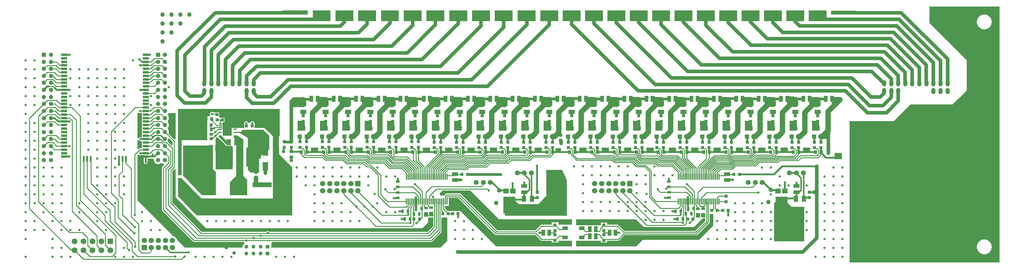
<source format=gtl>
G04*
G04 #@! TF.GenerationSoftware,Altium Limited,Altium Designer,19.0.4 (130)*
G04*
G04 Layer_Physical_Order=1*
G04 Layer_Color=255*
%FSAX25Y25*%
%MOIN*%
G70*
G01*
G75*
%ADD15C,0.01000*%
%ADD24R,0.10200X0.07000*%
%ADD25R,0.04800X0.07000*%
%ADD26R,0.06000X0.05512*%
%ADD27R,0.13228X0.19134*%
%ADD28R,0.04000X0.03000*%
%ADD29R,0.07000X0.04500*%
%ADD30R,0.04500X0.07000*%
%ADD31R,0.04400X0.06600*%
%ADD32R,0.06600X0.04400*%
%ADD33R,0.03800X0.03500*%
%ADD34R,0.03500X0.03800*%
%ADD35R,0.06000X0.04000*%
%ADD36R,0.03200X0.03900*%
%ADD37R,0.03900X0.03200*%
%ADD38R,0.03000X0.04000*%
%ADD39R,0.04500X0.05000*%
%ADD40R,0.06500X0.11201*%
%ADD41R,0.03500X0.01201*%
%ADD42R,0.06102X0.09252*%
%ADD43R,0.08661X0.12008*%
%ADD44R,0.02441X0.07165*%
%ADD45R,0.07165X0.02441*%
%ADD46R,0.02362X0.07087*%
%ADD47R,0.07087X0.02756*%
%ADD48R,0.01181X0.07087*%
%ADD49R,0.21299X0.05236*%
%ADD50R,0.05236X0.21299*%
%ADD93C,0.02000*%
%ADD94C,0.01500*%
%ADD95C,0.03000*%
%ADD96C,0.04000*%
%ADD97C,0.06000*%
%ADD98C,0.01200*%
%ADD99C,0.01400*%
%ADD100C,0.02500*%
%ADD101C,0.00800*%
%ADD102C,0.05000*%
%ADD103C,0.05906*%
%ADD104R,0.05906X0.05906*%
%ADD105C,0.05512*%
%ADD106O,0.04724X0.07000*%
%ADD107C,0.06496*%
%ADD108R,0.06496X0.06496*%
%ADD109C,0.04331*%
%ADD110R,0.04331X0.04331*%
%ADD111C,0.04791*%
%ADD112R,0.04791X0.04791*%
%ADD113C,0.02500*%
%ADD114C,0.05000*%
%ADD115C,0.03900*%
G36*
X0322500Y0284500D02*
X0322500Y0280000D01*
X0294500Y0280000D01*
X0294500Y0284500D01*
X0322500Y0284500D01*
D02*
G37*
G36*
X0935500Y0284300D02*
X0935500Y0279800D01*
X0907500Y0279800D01*
X0907500Y0284300D01*
X0935500Y0284300D01*
D02*
G37*
G36*
X0902500Y0272500D02*
X0882545D01*
X0882545Y0284500D01*
X0902500D01*
X0902500Y0272500D01*
D02*
G37*
G36*
X0877500D02*
X0857545D01*
X0857545Y0284500D01*
X0877500D01*
X0877500Y0272500D01*
D02*
G37*
G36*
X0852500D02*
X0832545D01*
X0832545Y0284500D01*
X0852500D01*
X0852500Y0272500D01*
D02*
G37*
G36*
X0827500D02*
X0807545D01*
X0807545Y0284500D01*
X0827500D01*
X0827500Y0272500D01*
D02*
G37*
G36*
X0802500D02*
X0782546D01*
X0782546Y0284500D01*
X0802500D01*
X0802500Y0272500D01*
D02*
G37*
G36*
X0777500D02*
X0757546D01*
X0757546Y0284500D01*
X0777500D01*
X0777500Y0272500D01*
D02*
G37*
G36*
X0752500D02*
X0732546D01*
X0732546Y0284500D01*
X0752500D01*
X0752500Y0272500D01*
D02*
G37*
G36*
X0727500D02*
X0707546D01*
X0707546Y0284500D01*
X0727500D01*
X0727500Y0272500D01*
D02*
G37*
G36*
X0702500D02*
X0682546D01*
X0682546Y0284500D01*
X0702500D01*
X0702500Y0272500D01*
D02*
G37*
G36*
X0677500D02*
X0657546D01*
X0657546Y0284500D01*
X0677500D01*
X0677500Y0272500D01*
D02*
G37*
G36*
X0652500D02*
X0632546D01*
X0632546Y0284500D01*
X0652500D01*
X0652500Y0272500D01*
D02*
G37*
G36*
X0627500D02*
X0607546D01*
X0607546Y0284500D01*
X0627500D01*
X0627500Y0272500D01*
D02*
G37*
G36*
X0602500D02*
X0582545D01*
X0582545Y0284500D01*
X0602500D01*
X0602500Y0272500D01*
D02*
G37*
G36*
X0577045D02*
X0557091D01*
X0557091Y0284500D01*
X0577045D01*
X0577045Y0272500D01*
D02*
G37*
G36*
X0551591D02*
X0531636D01*
X0531636Y0284500D01*
X0551591D01*
X0551591Y0272500D01*
D02*
G37*
G36*
X0526136D02*
X0506182D01*
X0506182Y0284500D01*
X0526136D01*
X0526136Y0272500D01*
D02*
G37*
G36*
X0500682D02*
X0480727D01*
X0480727Y0284500D01*
X0500682D01*
X0500682Y0272500D01*
D02*
G37*
G36*
X0475227D02*
X0455273D01*
X0455273Y0284500D01*
X0475227D01*
X0475227Y0272500D01*
D02*
G37*
G36*
X0449773D02*
X0429818D01*
X0429818Y0284500D01*
X0449773D01*
X0449773Y0272500D01*
D02*
G37*
G36*
X0424318D02*
X0404364D01*
X0404364Y0284500D01*
X0424318D01*
X0424318Y0272500D01*
D02*
G37*
G36*
X0398864D02*
X0378909D01*
X0378909Y0284500D01*
X0398864D01*
X0398864Y0272500D01*
D02*
G37*
G36*
X0373409D02*
X0353454D01*
X0353454Y0284500D01*
X0373409D01*
X0373409Y0272500D01*
D02*
G37*
G36*
X0347955D02*
X0328000D01*
X0328000Y0284500D01*
X0347955D01*
X0347955Y0272500D01*
D02*
G37*
G36*
X0916516Y0179500D02*
X0908248D01*
Y0185741D01*
X0916516D01*
Y0179500D01*
D02*
G37*
G36*
X0891516Y0176545D02*
X0883248D01*
Y0184616D01*
X0891516D01*
Y0176545D01*
D02*
G37*
G36*
X0866516D02*
X0858248D01*
Y0185741D01*
X0866516D01*
Y0176545D01*
D02*
G37*
G36*
X0841516D02*
X0833248D01*
Y0185741D01*
X0841516D01*
Y0176545D01*
D02*
G37*
G36*
X0816516D02*
X0808248D01*
Y0185741D01*
X0816516D01*
Y0176545D01*
D02*
G37*
G36*
X0791516D02*
X0783248D01*
Y0185741D01*
X0791516D01*
Y0176545D01*
D02*
G37*
G36*
X0766516D02*
X0758248D01*
Y0185741D01*
X0766516D01*
Y0176545D01*
D02*
G37*
G36*
X0741516D02*
X0733248D01*
Y0185741D01*
X0741516D01*
Y0176545D01*
D02*
G37*
G36*
X0716516D02*
X0708248D01*
Y0185741D01*
X0716516D01*
Y0176545D01*
D02*
G37*
G36*
X0691516D02*
X0683248D01*
Y0185741D01*
X0691516D01*
Y0176545D01*
D02*
G37*
G36*
X0666516D02*
X0658248D01*
Y0185741D01*
X0666516D01*
Y0176545D01*
D02*
G37*
G36*
X0641516D02*
X0633248D01*
Y0185741D01*
X0641516D01*
Y0176545D01*
D02*
G37*
G36*
X0616516D02*
X0608248D01*
Y0185741D01*
X0616516D01*
Y0176545D01*
D02*
G37*
G36*
X0592500Y0176295D02*
X0583248D01*
Y0185491D01*
X0592500D01*
Y0176295D01*
D02*
G37*
G36*
X0567500D02*
X0558248D01*
Y0185491D01*
X0567500D01*
Y0176295D01*
D02*
G37*
G36*
X0542500D02*
X0533248D01*
Y0185491D01*
X0542500D01*
Y0176295D01*
D02*
G37*
G36*
X0517500D02*
X0508248D01*
Y0185491D01*
X0517500D01*
Y0176295D01*
D02*
G37*
G36*
X0492500D02*
X0483248D01*
Y0185491D01*
X0492500D01*
Y0176295D01*
D02*
G37*
G36*
X0467500D02*
X0458248D01*
Y0185491D01*
X0467500D01*
Y0176295D01*
D02*
G37*
G36*
X0442500D02*
X0433248D01*
Y0185491D01*
X0442500D01*
Y0176295D01*
D02*
G37*
G36*
X0417500D02*
X0408248D01*
Y0185491D01*
X0417500D01*
Y0176295D01*
D02*
G37*
G36*
X0392500D02*
X0383248D01*
Y0185491D01*
X0392500D01*
Y0176295D01*
D02*
G37*
G36*
X0367500D02*
X0358248D01*
Y0185491D01*
X0367500D01*
Y0176295D01*
D02*
G37*
G36*
X0342500D02*
X0333248D01*
Y0185491D01*
X0342500D01*
Y0176295D01*
D02*
G37*
G36*
X0317303D02*
X0302000D01*
Y0183152D01*
X0305700Y0187300D01*
X0317303D01*
Y0176295D01*
D02*
G37*
G36*
X0894091Y0150010D02*
X0886091D01*
Y0161010D01*
X0894091D01*
Y0150010D01*
D02*
G37*
G36*
X0869091D02*
X0861091D01*
Y0161010D01*
X0869091D01*
Y0150010D01*
D02*
G37*
G36*
X0844091D02*
X0836091D01*
Y0161010D01*
X0844091D01*
Y0150010D01*
D02*
G37*
G36*
X0819090D02*
X0811090D01*
Y0161010D01*
X0819090D01*
Y0150010D01*
D02*
G37*
G36*
X0794091D02*
X0786091D01*
Y0161010D01*
X0794091D01*
Y0150010D01*
D02*
G37*
G36*
X0769091D02*
X0761091D01*
Y0161010D01*
X0769091D01*
Y0150010D01*
D02*
G37*
G36*
X0744091D02*
X0736091D01*
Y0161010D01*
X0744091D01*
Y0150010D01*
D02*
G37*
G36*
X0719091D02*
X0711091D01*
Y0161010D01*
X0719091D01*
Y0150010D01*
D02*
G37*
G36*
X0694091D02*
X0686091D01*
Y0161010D01*
X0694091D01*
Y0150010D01*
D02*
G37*
G36*
X0669091D02*
X0661091D01*
Y0161010D01*
X0669091D01*
Y0150010D01*
D02*
G37*
G36*
X0644091D02*
X0636091D01*
Y0161010D01*
X0644091D01*
Y0150010D01*
D02*
G37*
G36*
X0619091D02*
X0611091D01*
Y0161010D01*
X0619091D01*
Y0150010D01*
D02*
G37*
G36*
X0544000Y0149866D02*
X0536000D01*
Y0160866D01*
X0544000D01*
Y0149866D01*
D02*
G37*
G36*
X0344114Y0149783D02*
X0336114D01*
Y0160783D01*
X0344114D01*
Y0149783D01*
D02*
G37*
G36*
X0594091Y0149760D02*
X0586091D01*
Y0160760D01*
X0594091D01*
Y0149760D01*
D02*
G37*
G36*
X0569091D02*
X0561091D01*
Y0160760D01*
X0569091D01*
Y0149760D01*
D02*
G37*
G36*
X0519091D02*
X0511091D01*
Y0160760D01*
X0519091D01*
Y0149760D01*
D02*
G37*
G36*
X0494091D02*
X0486091D01*
Y0160760D01*
X0494091D01*
Y0149760D01*
D02*
G37*
G36*
X0469091D02*
X0461091D01*
Y0160760D01*
X0469091D01*
Y0149760D01*
D02*
G37*
G36*
X0444091D02*
X0436091D01*
Y0160760D01*
X0444091D01*
Y0149760D01*
D02*
G37*
G36*
X0419091D02*
X0411091D01*
Y0160760D01*
X0419091D01*
Y0149760D01*
D02*
G37*
G36*
X0394091D02*
X0386090D01*
Y0160760D01*
X0394091D01*
Y0149760D01*
D02*
G37*
G36*
X0369091D02*
X0361090D01*
Y0160760D01*
X0369091D01*
Y0149760D01*
D02*
G37*
G36*
X0319091D02*
X0311090D01*
Y0160760D01*
X0319091D01*
Y0149760D01*
D02*
G37*
G36*
X0279500Y0144244D02*
X0279500Y0128850D01*
X0270000Y0121661D01*
Y0118392D01*
X0268249D01*
Y0103000D01*
X0258530D01*
X0255341Y0106097D01*
X0255341Y0141610D01*
X0246841Y0147110D01*
X0239841D01*
Y0148610D01*
X0247450Y0148610D01*
X0249840Y0151000D01*
X0272744Y0151000D01*
X0279500Y0144244D01*
D02*
G37*
G36*
X0137195Y0165967D02*
Y0162030D01*
Y0158093D01*
Y0154156D01*
Y0150219D01*
Y0146282D01*
Y0142425D01*
X0135339D01*
X0134558Y0142270D01*
X0133897Y0141828D01*
X0133500Y0141234D01*
X0133388Y0141213D01*
X0132000Y0141715D01*
Y0169478D01*
X0137195D01*
Y0165967D01*
D02*
G37*
G36*
X0906500Y0140401D02*
X0898100D01*
Y0148200D01*
X0906500D01*
Y0140401D01*
D02*
G37*
G36*
X0174900Y0140518D02*
X0173400Y0139897D01*
X0166872Y0146425D01*
X0167157Y0147112D01*
X0167308Y0148260D01*
X0167157Y0149407D01*
X0166714Y0150477D01*
X0166009Y0151395D01*
Y0152999D01*
X0166714Y0153917D01*
X0167157Y0154986D01*
X0167308Y0156134D01*
X0167157Y0157281D01*
X0166714Y0158351D01*
X0166009Y0159269D01*
Y0160873D01*
X0166714Y0161791D01*
X0167157Y0162860D01*
X0167308Y0164008D01*
X0167157Y0165155D01*
X0166714Y0166225D01*
X0166009Y0167143D01*
Y0168210D01*
X0167206Y0169478D01*
X0174900D01*
Y0140518D01*
D02*
G37*
G36*
X0231994Y0138295D02*
X0235537D01*
Y0133965D01*
X0231994D01*
X0222742Y0143217D01*
Y0144201D01*
X0226089D01*
X0231994Y0138295D01*
D02*
G37*
G36*
X0171571Y0137400D02*
Y0133918D01*
X0170185Y0133344D01*
X0166074Y0137455D01*
X0165853Y0138605D01*
X0166036Y0139147D01*
X0166182Y0139499D01*
X0166299Y0140386D01*
X0166274Y0140576D01*
X0167695Y0141276D01*
X0171571Y0137400D01*
D02*
G37*
G36*
X0133500Y0139538D02*
X0133897Y0138944D01*
X0134558Y0138502D01*
X0135339Y0138347D01*
X0137195D01*
Y0134471D01*
Y0130104D01*
X0134775D01*
X0134189Y0129988D01*
X0133693Y0129656D01*
X0133386Y0129349D01*
X0132000Y0129923D01*
Y0139057D01*
X0133388Y0139558D01*
X0133500Y0139538D01*
D02*
G37*
G36*
X0884000Y0125866D02*
X0876000D01*
Y0130881D01*
X0884000D01*
Y0125866D01*
D02*
G37*
G36*
X0859000D02*
X0851000D01*
Y0130881D01*
X0859000D01*
Y0125866D01*
D02*
G37*
G36*
X0834000D02*
X0826000D01*
Y0130881D01*
X0834000D01*
Y0125866D01*
D02*
G37*
G36*
X0809000D02*
X0801000D01*
Y0130881D01*
X0809000D01*
Y0125866D01*
D02*
G37*
G36*
X0784000D02*
X0776000D01*
Y0130881D01*
X0784000D01*
Y0125866D01*
D02*
G37*
G36*
X0759000D02*
X0751000D01*
Y0130881D01*
X0759000D01*
Y0125866D01*
D02*
G37*
G36*
X0734000D02*
X0726000D01*
Y0130881D01*
X0734000D01*
Y0125866D01*
D02*
G37*
G36*
X0709000D02*
X0701000D01*
Y0130881D01*
X0709000D01*
Y0125866D01*
D02*
G37*
G36*
X0684000D02*
X0676000D01*
Y0130881D01*
X0684000D01*
Y0125866D01*
D02*
G37*
G36*
X0659000D02*
X0651000D01*
Y0130881D01*
X0659000D01*
Y0125866D01*
D02*
G37*
G36*
X0634000D02*
X0626000D01*
Y0130881D01*
X0634000D01*
Y0125866D01*
D02*
G37*
G36*
X0584000D02*
X0576000D01*
Y0130881D01*
X0584000D01*
Y0125866D01*
D02*
G37*
G36*
X0559000D02*
X0551000D01*
Y0130881D01*
X0559000D01*
Y0125866D01*
D02*
G37*
G36*
X0534000D02*
X0526000D01*
Y0130881D01*
X0534000D01*
Y0125866D01*
D02*
G37*
G36*
X0509000D02*
X0501000D01*
Y0130881D01*
X0509000D01*
Y0125866D01*
D02*
G37*
G36*
X0484000D02*
X0476000D01*
Y0130881D01*
X0484000D01*
Y0125866D01*
D02*
G37*
G36*
X0459000D02*
X0451000D01*
Y0130881D01*
X0459000D01*
Y0125866D01*
D02*
G37*
G36*
X0434000D02*
X0426000D01*
Y0130881D01*
X0434000D01*
Y0125866D01*
D02*
G37*
G36*
X0409000D02*
X0401000D01*
Y0130881D01*
X0409000D01*
Y0125866D01*
D02*
G37*
G36*
X0384000D02*
X0376000D01*
Y0130881D01*
X0384000D01*
Y0125866D01*
D02*
G37*
G36*
X0359000D02*
X0351000D01*
Y0130881D01*
X0359000D01*
Y0125866D01*
D02*
G37*
G36*
X0334000D02*
X0326000D01*
Y0130881D01*
X0334000D01*
Y0125866D01*
D02*
G37*
G36*
X0605400Y0129700D02*
Y0125866D01*
X0599600Y0125866D01*
Y0129700D01*
X0600052Y0130100D01*
X0604948Y0130100D01*
X0605400Y0129700D01*
D02*
G37*
G36*
X0919500Y0117700D02*
X0911500D01*
Y0125014D01*
X0919500D01*
Y0117700D01*
D02*
G37*
G36*
X0222935Y0141581D02*
X0230295Y0134222D01*
X0230700Y0132752D01*
X0237500D01*
X0238337Y0131098D01*
X0238337Y0106610D01*
X0220337D01*
X0219337Y0107610D01*
Y0139100D01*
X0219337Y0139100D01*
X0219439Y0141058D01*
X0220142Y0142064D01*
X0220486Y0142132D01*
X0220486Y0142132D01*
X0221322Y0142574D01*
X0222935Y0141581D01*
D02*
G37*
G36*
X0250341Y0140110D02*
Y0099059D01*
X0254841Y0094737D01*
Y0077610D01*
X0235341D01*
Y0092110D01*
X0242341Y0099110D01*
Y0139610D01*
X0239841Y0142110D01*
Y0144610D01*
X0243341D01*
X0250341Y0140110D01*
D02*
G37*
G36*
X0216591Y0106860D02*
X0219841Y0103610D01*
Y0077610D01*
X0204000D01*
X0183000Y0099580D01*
Y0133350D01*
X0216590Y0133350D01*
X0216591Y0106860D01*
D02*
G37*
G36*
X0893400Y0076300D02*
X0886300Y0079800D01*
Y0081700D01*
X0893400Y0085500D01*
Y0076300D01*
D02*
G37*
G36*
X0291000Y0144000D02*
X0283500D01*
X0290600Y0144000D01*
Y0143181D01*
X0290100D01*
Y0131681D01*
X0290600D01*
Y0123100D01*
X0305000Y0108700D01*
Y0073703D01*
X0305000Y0055000D01*
X0198000D01*
X0177500Y0076500D01*
Y0096898D01*
X0181019D01*
X0203600Y0073703D01*
X0283500D01*
Y0144000D01*
X0273816Y0153000D01*
X0263108D01*
Y0157560D01*
X0263108Y0157560D01*
X0262728Y0158988D01*
X0262511Y0159313D01*
X0262511Y0159313D01*
X0262484Y0159353D01*
X0262230Y0159732D01*
X0261486Y0160230D01*
X0260608Y0160404D01*
X0259730Y0160230D01*
X0258986Y0159732D01*
X0258489Y0158988D01*
X0257224Y0158389D01*
X0255960Y0158988D01*
X0255463Y0159732D01*
X0254718Y0160230D01*
X0253841Y0160404D01*
X0252963Y0160230D01*
X0252218Y0159732D01*
X0251721Y0158988D01*
X0251341Y0157560D01*
X0251341Y0157560D01*
Y0153000D01*
X0237337D01*
X0237337Y0144323D01*
X0229485D01*
X0227500Y0144360D01*
X0227500Y0146222D01*
Y0151360D01*
X0227163D01*
Y0154418D01*
Y0158787D01*
X0228901Y0159421D01*
X0229500D01*
Y0164121D01*
X0224857D01*
X0223863Y0165357D01*
X0223650Y0165769D01*
X0223650Y0166121D01*
Y0170321D01*
X0218650D01*
X0218650Y0170321D01*
X0216720Y0170491D01*
X0216378Y0170720D01*
X0215500Y0170894D01*
X0214622Y0170720D01*
X0213878Y0170222D01*
X0213381Y0169478D01*
X0213206Y0168600D01*
X0213381Y0167722D01*
X0213495Y0167550D01*
X0213276Y0166897D01*
X0212362Y0165769D01*
X0210000Y0165769D01*
Y0139100D01*
X0181490Y0139100D01*
X0181342Y0138953D01*
Y0099800D01*
X0177500D01*
Y0138000D01*
Y0174300D01*
X0291000D01*
Y0144000D01*
D02*
G37*
G36*
X0612000Y0094398D02*
X0612000Y0054595D01*
X0542992D01*
Y0072000D01*
X0554000Y0072000D01*
X0558343Y0067658D01*
X0580500D01*
X0589000Y0077003D01*
Y0106000D01*
X0606797D01*
X0612000Y0094398D01*
D02*
G37*
G36*
X0462796Y0053800D02*
X0458070D01*
Y0058400D01*
X0462796D01*
Y0053800D01*
D02*
G37*
G36*
X0457300Y0053400D02*
X0452488Y0053400D01*
Y0058000D01*
X0457300Y0058000D01*
Y0053400D01*
D02*
G37*
G36*
X0766800Y0057363D02*
Y0052763D01*
X0762312Y0052763D01*
Y0057363D01*
X0766800Y0057363D01*
D02*
G37*
G36*
X0761224Y0052663D02*
X0756412Y0052663D01*
Y0057263D01*
X0761224Y0057263D01*
Y0052663D01*
D02*
G37*
G36*
X0536458Y0050512D02*
X0617846D01*
X0617846Y0044413D01*
X0602800Y0044413D01*
X0602800Y0047300D01*
X0595100D01*
Y0044413D01*
X0583215D01*
X0583065Y0044263D01*
X0582569Y0043931D01*
X0576748Y0038111D01*
X0534434D01*
X0493475Y0079069D01*
X0493027Y0079517D01*
X0477216D01*
X0476768Y0079069D01*
X0476768Y0079069D01*
X0475036Y0077337D01*
X0470205D01*
Y0079602D01*
Y0079871D01*
X0473244Y0082971D01*
X0504000D01*
X0536458Y0050512D01*
D02*
G37*
G36*
X0766800Y0051743D02*
X0766854Y0051262D01*
Y0048817D01*
X0755612Y0037575D01*
X0676438Y0037575D01*
X0670081Y0043931D01*
X0669585Y0044263D01*
X0669000Y0044379D01*
X0657200D01*
Y0046700D01*
X0650000Y0046700D01*
X0650000Y0044350D01*
X0649647Y0043996D01*
X0622500Y0043996D01*
Y0050512D01*
X0689188D01*
X0698000Y0041700D01*
X0754100D01*
X0763509Y0051109D01*
X0763505Y0051388D01*
X0763856Y0051743D01*
X0766800Y0051743D01*
D02*
G37*
G36*
X0174900Y0106226D02*
Y0075055D01*
X0208547Y0040650D01*
X0450401D01*
X0457258Y0047000D01*
Y0052368D01*
X0462770D01*
Y0042957D01*
X0456342Y0036529D01*
X0279518D01*
X0279322Y0036822D01*
X0278578Y0037319D01*
X0277700Y0037494D01*
X0276822Y0037319D01*
X0276078Y0036822D01*
X0275882Y0036529D01*
X0203834D01*
X0171029Y0069333D01*
Y0104477D01*
X0173400Y0106847D01*
X0174900Y0106226D01*
D02*
G37*
G36*
X0775827Y0043680D02*
X0759747Y0027600D01*
X0697114Y0027613D01*
X0689626Y0020125D01*
X0622500D01*
X0622500Y0026468D01*
X0650000Y0026468D01*
Y0024400D01*
X0657200D01*
Y0026621D01*
X0669704D01*
X0670023Y0026684D01*
X0670237D01*
X0670290Y0026737D01*
X0670786Y0027069D01*
X0676434Y0032716D01*
X0757625D01*
X0758073Y0033164D01*
X0771265Y0046356D01*
X0771265Y0046356D01*
X0771713Y0046804D01*
Y0056635D01*
X0775812D01*
X0775827Y0043680D01*
D02*
G37*
G36*
X0858605Y0069500D02*
X0863605Y0064500D01*
X0877500Y0064500D01*
X0877500Y0026000D01*
X0843810Y0026000D01*
Y0069500D01*
X0858605Y0069500D01*
D02*
G37*
G36*
X0531619Y0033419D02*
X0532115Y0033087D01*
X0532700Y0032971D01*
X0576866D01*
X0582769Y0027069D01*
X0582853Y0027012D01*
X0583339Y0026526D01*
X0586474D01*
X0586532Y0026468D01*
X0595100Y0026468D01*
Y0024400D01*
X0602800D01*
X0602800Y0026468D01*
X0617896Y0026468D01*
Y0020125D01*
X0532990D01*
X0526000Y0027116D01*
X0492800Y0059815D01*
X0486296D01*
X0486296Y0059815D01*
X0478800Y0059815D01*
X0475671Y0062942D01*
Y0065500D01*
X0480000D01*
Y0074476D01*
X0490548Y0074489D01*
X0531619Y0033419D01*
D02*
G37*
G36*
X0478600Y0026600D02*
X0470926Y0018926D01*
X0281774D01*
Y0024165D01*
X0282727Y0025271D01*
X0460890D01*
X0461476Y0025387D01*
X0461972Y0025719D01*
X0471286Y0035033D01*
X0471618Y0035529D01*
X0471734Y0036114D01*
Y0052368D01*
X0478600D01*
Y0026600D01*
D02*
G37*
G36*
X0134622Y0122518D02*
X0135500Y0122344D01*
X0136378Y0122518D01*
X0136498Y0122599D01*
X0138397D01*
X0138736Y0122241D01*
X0139378Y0121099D01*
X0139299Y0120701D01*
X0139299Y0120701D01*
X0139299Y0120701D01*
Y0114500D01*
X0139455Y0113720D01*
X0139897Y0113058D01*
X0140558Y0112616D01*
X0141339Y0112461D01*
X0142119Y0112616D01*
X0142780Y0113058D01*
X0143222Y0113720D01*
X0143378Y0114500D01*
Y0118662D01*
X0149550D01*
X0150619Y0117162D01*
X0150566Y0116764D01*
X0150717Y0115616D01*
X0151160Y0114547D01*
X0151865Y0113629D01*
X0152783Y0112924D01*
X0153852Y0112481D01*
X0155000Y0112330D01*
X0156148Y0112481D01*
X0157217Y0112924D01*
X0158135Y0113629D01*
X0159739D01*
X0160657Y0112924D01*
X0161352Y0112636D01*
X0161770Y0111526D01*
X0161796Y0110959D01*
X0159919Y0109081D01*
X0159587Y0108585D01*
X0159471Y0108000D01*
Y0061100D01*
X0159587Y0060515D01*
X0159919Y0060019D01*
X0194219Y0025719D01*
X0194715Y0025387D01*
X0195300Y0025271D01*
X0251136D01*
X0251289Y0025002D01*
X0251886Y0023638D01*
X0251015Y0022971D01*
X0250348Y0022101D01*
X0249928Y0021087D01*
X0249785Y0020000D01*
X0248843Y0018926D01*
X0184892D01*
X0176110Y0027708D01*
X0176059Y0028093D01*
X0175560Y0029298D01*
X0174766Y0030332D01*
X0173731Y0031126D01*
X0172527Y0031625D01*
X0172142Y0031676D01*
X0132000Y0071818D01*
Y0122210D01*
X0132454Y0122538D01*
X0133878Y0123016D01*
X0134622Y0122518D01*
D02*
G37*
G36*
X1095961Y0002039D02*
X0928000D01*
Y0160416D01*
X0977328D01*
X0996215Y0179303D01*
X1043000D01*
X1059000Y0194567D01*
X1059000Y0229000D01*
X1017500Y0270500D01*
X1017500Y0288961D01*
X1095961D01*
Y0002039D01*
D02*
G37*
%LPC*%
G36*
X1078740Y0279993D02*
X1077113Y0279833D01*
X1075549Y0279358D01*
X1074107Y0278588D01*
X1072843Y0277550D01*
X1071806Y0276287D01*
X1071035Y0274845D01*
X1070561Y0273281D01*
X1070401Y0271654D01*
X1070561Y0270027D01*
X1071035Y0268462D01*
X1071806Y0267020D01*
X1072843Y0265757D01*
X1074107Y0264720D01*
X1075549Y0263949D01*
X1077113Y0263474D01*
X1078740Y0263314D01*
X1080367Y0263474D01*
X1081931Y0263949D01*
X1083373Y0264720D01*
X1084637Y0265757D01*
X1085674Y0267020D01*
X1086445Y0268462D01*
X1086919Y0270027D01*
X1087080Y0271654D01*
X1086919Y0273281D01*
X1086445Y0274845D01*
X1085674Y0276287D01*
X1084637Y0277550D01*
X1083373Y0278588D01*
X1081931Y0279358D01*
X1080367Y0279833D01*
X1078740Y0279993D01*
D02*
G37*
G36*
X1078740Y0028024D02*
X1077113Y0027864D01*
X1075549Y0027390D01*
X1074107Y0026619D01*
X1072843Y0025582D01*
X1071806Y0024318D01*
X1071035Y0022876D01*
X1070561Y0021312D01*
X1070401Y0019685D01*
X1070561Y0018058D01*
X1071035Y0016494D01*
X1071806Y0015052D01*
X1072843Y0013788D01*
X1074107Y0012751D01*
X1075549Y0011981D01*
X1077113Y0011506D01*
X1078740Y0011346D01*
X1080367Y0011506D01*
X1081931Y0011981D01*
X1083373Y0012751D01*
X1084637Y0013788D01*
X1085674Y0015052D01*
X1086445Y0016494D01*
X1086919Y0018058D01*
X1087080Y0019685D01*
X1086919Y0021312D01*
X1086445Y0022876D01*
X1085674Y0024318D01*
X1084637Y0025582D01*
X1083373Y0026619D01*
X1081931Y0027390D01*
X1080367Y0027864D01*
X1078740Y0028024D01*
D02*
G37*
%LPD*%
D15*
X0564652Y0081217D02*
X0567450D01*
X0563967Y0072681D02*
X0564652Y0073366D01*
X0220564Y0168406D02*
X0221150Y0167821D01*
X0376700Y0064789D02*
X0398532Y0042957D01*
X0376700Y0064789D02*
Y0064940D01*
X0376549D02*
X0376700D01*
X0362874Y0078615D02*
X0376549Y0064940D01*
X0440677Y0056376D02*
Y0070390D01*
X0440941Y0051509D02*
Y0056376D01*
Y0051509D02*
X0441450Y0051000D01*
X0440941Y0044808D02*
Y0051509D01*
X0398532Y0042957D02*
X0439090D01*
X0362874Y0078615D02*
Y0082626D01*
X0434650Y0056350D02*
Y0062958D01*
X0378622Y0081818D02*
X0405240Y0055200D01*
X0434108D02*
X0434772Y0055864D01*
X0405240Y0055200D02*
X0434108D01*
X0437367Y0051000D02*
Y0062867D01*
X0404352Y0046500D02*
X0437000D01*
X0370748Y0080103D02*
X0404352Y0046500D01*
X0370748Y0080103D02*
Y0082626D01*
X0422166Y0086866D02*
X0423400D01*
Y0086866D02*
Y0086866D01*
X0423200Y0080650D02*
X0441944D01*
X0423200Y0080550D02*
Y0080650D01*
X0409000Y0084300D02*
X0412650Y0080650D01*
X0423200D01*
X0315640Y0122726D02*
Y0126066D01*
X0391734Y0109366D02*
X0401000Y0100100D01*
Y0077000D02*
Y0100100D01*
Y0077000D02*
X0413898Y0064102D01*
X0313760Y0131416D02*
X0314810Y0130366D01*
X0392634Y0111366D02*
X0404000Y0100000D01*
Y0078000D02*
Y0100000D01*
Y0078000D02*
X0411610Y0070390D01*
X0413898Y0064102D02*
X0432736D01*
X0411610Y0070390D02*
X0432803D01*
X0388000Y0109366D02*
X0391734D01*
X0389000Y0111366D02*
X0392634D01*
X0713800Y0083724D02*
X0716650Y0080874D01*
X0713800Y0083724D02*
Y0084300D01*
X0724894Y0086866D02*
X0725866D01*
X0723000Y0084972D02*
X0724894Y0086866D01*
X0726366Y0080823D02*
Y0080874D01*
X0716650D02*
X0726366D01*
X0730500D01*
X0745944D01*
X0726250Y0086866D02*
X0744150D01*
X0726250Y0086866D02*
X0726250Y0086866D01*
X0441944Y0080650D02*
X0446583Y0076011D01*
X0423300Y0086866D02*
X0423400D01*
X0419400Y0084100D02*
X0422166Y0086866D01*
X0423400D02*
X0440150D01*
X0125000Y0053500D02*
Y0107200D01*
X0119291Y0112909D02*
X0125000Y0107200D01*
X0119291Y0112909D02*
Y0118339D01*
X0111600Y0077054D02*
Y0100546D01*
Y0077054D02*
X0115354Y0073300D01*
X0111600Y0100546D02*
X0115354Y0104300D01*
Y0118339D01*
Y0055646D02*
Y0073300D01*
Y0055646D02*
X0129200Y0041800D01*
X0125000Y0053500D02*
X0133500Y0045000D01*
X0102700Y0148550D02*
X0129969Y0175819D01*
X0102700Y0080000D02*
Y0148550D01*
Y0080000D02*
X0110600Y0072100D01*
Y0052807D02*
Y0072100D01*
Y0052807D02*
X0128407Y0035000D01*
X0106800Y0047700D02*
Y0064200D01*
X0080000Y0091000D02*
X0106800Y0064200D01*
X0080000Y0091000D02*
Y0118260D01*
X0086700Y0021000D02*
Y0031900D01*
X0059000Y0059600D02*
X0086700Y0031900D01*
X0059000Y0059600D02*
Y0161174D01*
X0096048Y0021652D02*
Y0033952D01*
X0063900Y0066100D02*
X0096048Y0033952D01*
X0063900Y0066100D02*
Y0161700D01*
X0101350Y0048450D02*
Y0060250D01*
X0075984Y0085616D02*
X0101350Y0060250D01*
X0075984Y0085616D02*
Y0118339D01*
X0095800Y0049200D02*
Y0055000D01*
X0072047Y0078753D02*
X0095800Y0055000D01*
X0072047Y0078753D02*
Y0118339D01*
X0106800Y0047700D02*
X0129417Y0025083D01*
X0107700Y0013000D02*
Y0032450D01*
X0068300Y0071850D02*
X0107700Y0032450D01*
X0068300Y0071850D02*
Y0166300D01*
X0061532Y0016238D02*
X0062848Y0014922D01*
X0057662Y0016238D02*
X0061532D01*
X0011600Y0062300D02*
X0057662Y0016238D01*
X0011600Y0062300D02*
Y0163856D01*
X0141339Y0171882D02*
X0141339Y0171882D01*
X0135000Y0171882D02*
X0141339D01*
X0707650Y0047300D02*
X0741121D01*
X0674748Y0080202D02*
X0707650Y0047300D01*
X0674748Y0080202D02*
Y0082626D01*
X0682622Y0081818D02*
X0709440Y0055000D01*
X0738650D01*
X0739650Y0059500D02*
Y0062216D01*
Y0056000D02*
Y0059500D01*
X0745150Y0056700D02*
X0745442Y0056991D01*
X0745150Y0054050D02*
Y0056700D01*
X0745850Y0051000D02*
Y0053350D01*
Y0046106D02*
Y0051000D01*
X0701576Y0043800D02*
X0743544D01*
X0666874Y0078503D02*
X0701576Y0043800D01*
X0666874Y0078503D02*
Y0082626D01*
X0741894Y0046527D02*
X0741921Y0046500D01*
X0741121Y0047300D02*
X0741894Y0046527D01*
X0056000Y0035800D02*
X0070500D01*
X0021500Y0070300D02*
X0056000Y0035800D01*
X0021500Y0070300D02*
Y0165882D01*
X0011600Y0163856D02*
X0027500Y0179756D01*
X0070500Y0035800D02*
X0076400Y0029900D01*
Y0021300D02*
Y0029900D01*
X0057655Y0167945D02*
X0063900Y0161700D01*
X0058781Y0175819D02*
X0068300Y0166300D01*
X0021500Y0165882D02*
X0027500Y0171882D01*
X0129417Y0019900D02*
Y0025083D01*
X0133500Y0016200D02*
Y0045000D01*
X0129300Y0055200D02*
Y0122700D01*
X0129100Y0122900D02*
X0129300Y0122700D01*
X0126300Y0015000D02*
Y0023500D01*
X0101350Y0048450D02*
X0126300Y0023500D01*
X0129100Y0122900D02*
X0134775Y0128575D01*
X0095800Y0049200D02*
X0120600Y0024400D01*
X0076400Y0021300D02*
X0081700Y0016000D01*
X0439090Y0042957D02*
X0440941Y0044808D01*
X0762394Y0074413D02*
X0768480Y0080500D01*
X0762394Y0070390D02*
Y0074413D01*
X0768480Y0080500D02*
X0826129D01*
X0474142Y0062308D02*
X0479450Y0057000D01*
X0474142Y0062308D02*
Y0070390D01*
X0473550Y0057000D02*
Y0058950D01*
X0472173Y0060327D02*
X0473550Y0058950D01*
X0472173Y0060327D02*
Y0070390D01*
X0746500Y0090016D02*
X0754520Y0081996D01*
Y0070390D02*
Y0081996D01*
Y0062566D02*
Y0070390D01*
X0752850Y0051000D02*
X0754400Y0052550D01*
X0752551Y0050701D02*
X0753000Y0050252D01*
X0523400Y0084500D02*
X0524900Y0083000D01*
X0466457Y0084500D02*
X0523400D01*
X0458394Y0076437D02*
X0466457Y0084500D01*
X0516237Y0087100D02*
X0518737Y0089600D01*
X0461030Y0087100D02*
X0516237D01*
X0454457Y0080527D02*
X0461030Y0087100D01*
X0846240Y0123350D02*
Y0125866D01*
X0823140Y0120900D02*
X0843791D01*
X0819212Y0116972D02*
X0823140Y0120900D01*
X0798048Y0116972D02*
X0819212D01*
X0824251Y0119300D02*
X0844600D01*
X0820322Y0115372D02*
X0824251Y0119300D01*
X0798711Y0115372D02*
X0820322D01*
X0825067Y0117700D02*
X0845712D01*
X0821138Y0113772D02*
X0825067Y0117700D01*
X0799373Y0113772D02*
X0821138D01*
X0871240Y0123252D02*
Y0125866D01*
X0826043Y0116100D02*
X0846590D01*
X0822114Y0112172D02*
X0826043Y0116100D01*
X0800036Y0112172D02*
X0822114D01*
X0827000Y0114500D02*
X0847938D01*
X0823072Y0110572D02*
X0827000Y0114500D01*
X0800699Y0110572D02*
X0823072D01*
X0841679Y0129816D02*
X0843500Y0127995D01*
Y0123738D02*
Y0127995D01*
X0842262Y0122500D02*
X0843500Y0123738D01*
X0843791Y0120900D02*
X0846240Y0123350D01*
X0846600Y0121300D02*
X0866063D01*
X0844600Y0119300D02*
X0846600Y0121300D01*
X0847712Y0119700D02*
X0867688D01*
X0845712Y0117700D02*
X0847712Y0119700D01*
X0848590Y0118100D02*
X0869100D01*
X0846590Y0116100D02*
X0848590Y0118100D01*
X0849938Y0116500D02*
X0870980D01*
X0847938Y0114500D02*
X0849938Y0116500D01*
X0891679Y0129816D02*
X0893500Y0127995D01*
Y0123523D02*
Y0127995D01*
X0891977Y0122000D02*
X0893500Y0123523D01*
X0873000Y0122000D02*
X0891977D01*
X0895500Y0122357D02*
Y0125126D01*
X0892792Y0119650D02*
X0895500Y0122357D01*
X0874130Y0119650D02*
X0892792D01*
X0867688Y0119700D02*
X0871240Y0123252D01*
X0870980Y0116500D02*
X0874130Y0119650D01*
X0869100Y0118100D02*
X0873000Y0122000D01*
X0866679Y0129816D02*
X0868500Y0127995D01*
Y0123738D02*
Y0127995D01*
X0866063Y0121300D02*
X0868500Y0123738D01*
X0743544Y0043800D02*
X0745850Y0046106D01*
Y0051000D02*
X0747150D01*
X0753814Y0062566D02*
X0754400Y0061980D01*
Y0052550D02*
Y0061980D01*
X0745150Y0056700D02*
X0745250D01*
X0752850Y0051000D02*
X0753050D01*
X0752551Y0050701D02*
X0752850Y0051000D01*
X0749347Y0046600D02*
X0753000Y0050252D01*
X0571240Y0122716D02*
Y0125866D01*
X0568590Y0120066D02*
X0571240Y0122716D01*
X0547465Y0120066D02*
X0568590D01*
X0569266Y0118266D02*
X0573238Y0122238D01*
X0548211Y0118266D02*
X0569266D01*
X0573238Y0122238D02*
X0592000D01*
X0596240Y0123106D02*
Y0125866D01*
X0574337Y0120438D02*
X0593571D01*
X0570366Y0116466D02*
X0574337Y0120438D01*
X0549691Y0116466D02*
X0570366D01*
X0591179Y0130316D02*
X0593500Y0127995D01*
Y0123738D02*
Y0127995D01*
X0592000Y0122238D02*
X0593500Y0123738D01*
X0566179Y0130316D02*
X0568500Y0127995D01*
Y0123738D02*
Y0127995D01*
X0567069Y0122306D02*
X0568500Y0123738D01*
X0541679Y0129816D02*
X0543500Y0127995D01*
Y0123738D02*
Y0127995D01*
X0542129Y0122366D02*
X0543500Y0123738D01*
X0546240Y0123932D02*
Y0125866D01*
X0542874Y0120566D02*
X0546240Y0123932D01*
X0516179Y0130316D02*
X0518500Y0127995D01*
Y0123738D02*
Y0127995D01*
X0516500Y0121738D02*
X0518500Y0123738D01*
X0441179Y0130316D02*
X0443500Y0127995D01*
Y0115933D02*
Y0127995D01*
Y0115933D02*
X0450520Y0108913D01*
X0416000Y0130495D02*
X0418500Y0127995D01*
Y0121772D02*
Y0127995D01*
Y0121772D02*
X0419905Y0120366D01*
X0340800Y0123286D02*
Y0125866D01*
X0221150Y0161921D02*
X0221275Y0162046D01*
X0224813Y0161921D02*
X0227000D01*
X0780188Y0074471D02*
X0782090Y0076373D01*
X0780188Y0070468D02*
Y0074471D01*
X0789917Y0076373D02*
X0790000Y0076290D01*
X0782090Y0076373D02*
X0789917D01*
X0532700Y0034500D02*
X0577500D01*
X0491181Y0076019D02*
X0532700Y0034500D01*
X0533800Y0036581D02*
X0577381D01*
X0492394Y0077987D02*
X0533800Y0036581D01*
X0478665Y0076019D02*
X0491181D01*
X0477849Y0077987D02*
X0492394D01*
X0476110Y0076248D02*
X0477849Y0077987D01*
X0478079Y0075433D02*
X0478665Y0076019D01*
X0478079Y0070390D02*
Y0075433D01*
X0476110Y0070390D02*
Y0076248D01*
X0766331Y0065831D02*
Y0070390D01*
X0760425Y0066165D02*
Y0070390D01*
X0752551D02*
Y0078465D01*
X0744150Y0086866D02*
X0752551Y0078465D01*
X0758600Y0062450D02*
Y0063900D01*
X0756488Y0066012D02*
X0758600Y0063900D01*
X0756488Y0066012D02*
Y0070390D01*
X0741421Y0050554D02*
X0741894Y0050082D01*
X0742709Y0062209D02*
Y0070390D01*
X0742430Y0061930D02*
X0742709Y0062209D01*
X0742430Y0051563D02*
Y0061930D01*
X0741894Y0046527D02*
Y0050082D01*
X0741867Y0051000D02*
X0742430Y0051563D01*
X0745150Y0054050D02*
X0745850Y0053350D01*
X0745442Y0056991D02*
Y0057779D01*
X0744677Y0058543D02*
X0745442Y0057779D01*
X0450268Y0052368D02*
Y0062566D01*
X0448900Y0051000D02*
X0450268Y0052368D01*
X0449799Y0062566D02*
X0450400Y0063167D01*
Y0064500D01*
X0450520Y0064620D01*
Y0070390D01*
X0447350Y0051000D02*
X0448900D01*
X0458881Y0064213D02*
X0459870D01*
X0456516Y0066578D02*
X0458881Y0064213D01*
X0456516Y0066578D02*
Y0070299D01*
X0459870Y0064213D02*
X0460433Y0063650D01*
X0456425Y0070390D02*
X0456516Y0070299D01*
X0453534Y0063666D02*
X0454383D01*
X0452488Y0064712D02*
X0453534Y0063666D01*
X0452488Y0064712D02*
Y0070390D01*
X0454383Y0063666D02*
X0454800Y0063250D01*
X0460890Y0026800D02*
X0470205Y0036114D01*
X0197891Y0029533D02*
X0459647D01*
X0447350Y0049850D02*
Y0051000D01*
X0443700Y0046200D02*
X0447350Y0049850D01*
X0436867Y0051000D02*
X0437367D01*
Y0046867D02*
Y0050554D01*
X0437000Y0046500D02*
X0437367Y0046867D01*
Y0062867D02*
X0438709Y0064209D01*
Y0070390D01*
X0436740Y0065048D02*
Y0070390D01*
X0434650Y0062958D02*
X0436740Y0065048D01*
X0434772Y0055864D02*
Y0056228D01*
X0434650Y0056350D02*
X0434772Y0056228D01*
X0470205Y0036114D02*
Y0070390D01*
X0468236Y0038123D02*
Y0070390D01*
X0195300Y0026800D02*
X0253986D01*
X0460890D01*
X0218984Y0148411D02*
X0223155Y0151681D01*
X0215872Y0145972D02*
X0218984Y0148411D01*
X0215982Y0140752D02*
X0222974Y0147744D01*
X0221150Y0161921D02*
X0224813D01*
X0220564Y0168406D02*
Y0168600D01*
X0215500D02*
X0220564D01*
X0181593Y0006000D02*
X0184593Y0009000D01*
X0071700Y0006000D02*
X0181593D01*
X0062848Y0014852D02*
X0071700Y0006000D01*
X0132300Y0009000D02*
X0174450D01*
X0126300Y0015000D02*
X0132300Y0009000D01*
X0050000Y0175819D02*
X0058781D01*
X0050000Y0167945D02*
X0057655D01*
X0340800Y0123286D02*
X0343768Y0120318D01*
X0343464Y0123855D02*
Y0128078D01*
X0341024Y0130518D02*
X0343464Y0128078D01*
X0338760Y0131416D02*
X0339681Y0130495D01*
X0344982Y0122118D02*
X0364464D01*
X0343350Y0123750D02*
X0344982Y0122118D01*
X0163833Y0063591D02*
Y0106833D01*
Y0063591D02*
X0197891Y0029533D01*
X0200633Y0032267D02*
X0458267D01*
X0166667Y0066233D02*
Y0106277D01*
Y0066233D02*
X0200633Y0032267D01*
X0166667Y0106277D02*
X0171067Y0110677D01*
X0163833Y0106833D02*
X0169000Y0112000D01*
X0203200Y0035000D02*
X0456976D01*
X0169500Y0105110D02*
X0173100Y0108710D01*
X0169500Y0068700D02*
Y0105110D01*
X0169500Y0068700D02*
X0203200Y0035000D01*
X0171067Y0110677D02*
Y0130299D01*
X0164992Y0136374D02*
X0171067Y0130299D01*
X0045374Y0223063D02*
X0050000D01*
X0041437Y0227000D02*
X0045374Y0223063D01*
X0035374Y0227000D02*
X0041437D01*
X0041585Y0207315D02*
X0050000D01*
X0037648Y0211252D02*
X0041585Y0207315D01*
X0035374Y0211252D02*
X0037648D01*
X0041496Y0203378D02*
X0050000D01*
X0037700Y0207174D02*
X0041496Y0203378D01*
X0031296Y0207174D02*
X0037700D01*
X0151437Y0227000D02*
X0155000D01*
X0050000Y0132512D02*
X0050000Y0132512D01*
X0050000Y0179756D02*
X0050000Y0179756D01*
X0050000D01*
X0050000Y0171882D02*
X0050000Y0171882D01*
X0050000D01*
X0141339Y0191567D02*
X0151063D01*
X0043440Y0156134D02*
X0050000D01*
X0045000Y0140386D02*
X0050000D01*
X0045356Y0179756D02*
X0050000D01*
X0147126Y0227000D02*
X0151000Y0230874D01*
X0044000Y0171882D02*
X0050000D01*
X0141339Y0148260D02*
X0146386D01*
X0141339Y0223063D02*
X0147500D01*
X0141339Y0219126D02*
X0146752D01*
X0159400Y0222874D02*
X0162874Y0219400D01*
X0041862Y0132512D02*
X0050000D01*
X0027638D02*
X0031500Y0136374D01*
X0050000Y0164008D02*
X0056166D01*
X0141339Y0215189D02*
X0146715D01*
X0141361Y0211274D02*
X0146200D01*
X0040937Y0199441D02*
X0050000D01*
X0037000Y0203378D02*
X0040937Y0199441D01*
X0141342Y0160074D02*
X0146700D01*
X0141372Y0199474D02*
X0151096D01*
X0141339Y0136449D02*
X0147954D01*
X0141339Y0203378D02*
X0145904D01*
X0043022Y0211252D02*
X0050000D01*
X0141339Y0132512D02*
X0148164D01*
X0141339Y0207315D02*
X0145741D01*
X0044937Y0215189D02*
X0050000D01*
X0141339Y0124638D02*
X0146064D01*
X0141339Y0164008D02*
X0147100D01*
X0044561Y0219313D02*
X0050000D01*
X0141409Y0167874D02*
X0146792D01*
X0141339Y0171882D02*
X0146500D01*
X0157900Y0175974D02*
X0161992Y0171882D01*
X0141339Y0152197D02*
X0146323D01*
X0043437Y0136449D02*
X0050000D01*
X0141339Y0156134D02*
X0146260D01*
X0141339Y0144323D02*
X0146949D01*
X0144068Y0227000D02*
X0147126D01*
X0151891Y0140386D02*
X0155000D01*
X0150886Y0148260D02*
X0155000D01*
X0150260Y0156134D02*
X0155000D01*
X0150634Y0164008D02*
X0155000D01*
X0150800Y0171882D02*
X0155000D01*
X0149678Y0211252D02*
X0155000D01*
X0150652Y0219126D02*
X0155000D01*
Y0140386D02*
X0157930D01*
X0151096Y0199474D02*
X0155000Y0203378D01*
X0159000Y0230874D02*
X0162874Y0227000D01*
X0158852Y0215274D02*
X0162874Y0211252D01*
X0158834Y0160174D02*
X0162874Y0156134D01*
X0158808Y0168074D02*
X0162874Y0164008D01*
X0158978Y0207274D02*
X0162874Y0203378D01*
X0157930Y0140386D02*
X0161942Y0136374D01*
X0061532Y0016168D02*
Y0016238D01*
X0061295Y0016476D02*
X0061532Y0016238D01*
X0062848Y0014852D02*
Y0014922D01*
X0103700Y0009000D02*
X0107700Y0013000D01*
X0071700Y0016000D02*
X0078700Y0009000D01*
X0096048Y0021652D02*
X0101700Y0016000D01*
X0078700Y0009000D02*
X0103700D01*
X0086700Y0021000D02*
X0091700Y0016000D01*
X0061532Y0016168D02*
X0061700Y0016000D01*
X0120600Y0018100D02*
Y0024400D01*
Y0018100D02*
X0122700Y0016000D01*
X0133500Y0016200D02*
X0136700Y0013000D01*
X0145486D01*
X0134775Y0128575D02*
X0141339D01*
X0184593Y0009000D02*
X0184972D01*
X0128407Y0035000D02*
X0128786D01*
X0161000Y0061100D02*
X0195300Y0026800D01*
X0161000Y0061100D02*
Y0108000D01*
X0456976Y0035000D02*
X0464299Y0042323D01*
X0459647Y0029533D02*
X0468236Y0038123D01*
X0458267Y0032267D02*
X0466268Y0040268D01*
X0173100Y0108710D02*
Y0138034D01*
X0145486Y0013000D02*
X0147612Y0015126D01*
Y0018926D01*
X0129969Y0175819D02*
X0141339D01*
X0162874Y0148260D02*
X0173100Y0138034D01*
X0162874Y0132512D02*
X0169000Y0126386D01*
X0169033Y0112000D02*
Y0126386D01*
X0167000Y0114000D02*
Y0120512D01*
X0161000Y0108000D02*
X0167000Y0114000D01*
X0162874Y0124638D02*
X0167000Y0120512D01*
X0152026Y0136374D02*
X0159012D01*
X0148164Y0132512D02*
X0152026Y0136374D01*
X0159012D02*
X0162874Y0132512D01*
X0161942Y0136374D02*
X0164992D01*
X0147954Y0136449D02*
X0151891Y0140386D01*
X0056166Y0164008D02*
X0059000Y0161174D01*
X0464299Y0042323D02*
Y0070390D01*
X0466268Y0040268D02*
Y0070390D01*
X0215021Y0161479D02*
Y0163000D01*
X0224813Y0157587D02*
Y0161921D01*
X0146064Y0124638D02*
X0150000Y0128574D01*
X0158938D01*
X0162874Y0124638D01*
X0146700Y0160074D02*
X0150634Y0164008D01*
X0146260Y0156134D02*
X0150300Y0160174D01*
X0158834D01*
X0147500Y0223063D02*
X0151437Y0227000D01*
X0151000Y0230874D02*
X0159000D01*
X0146715Y0215189D02*
X0150652Y0219126D01*
X0146200Y0211274D02*
X0150200Y0215274D01*
X0158852D01*
X0149800Y0207274D02*
X0158978D01*
X0145904Y0203378D02*
X0149800Y0207274D01*
X0146386Y0148260D02*
X0150500Y0152374D01*
X0158760D01*
X0162874Y0148260D01*
X0146949Y0144323D02*
X0150886Y0148260D01*
X0146323Y0152197D02*
X0150260Y0156134D01*
X0141339Y0191567D02*
X0151063D01*
X0155000Y0195504D01*
X0151166Y0168074D02*
X0158808D01*
X0147100Y0164008D02*
X0151166Y0168074D01*
X0146792Y0167874D02*
X0150800Y0171882D01*
X0146500D02*
X0150592Y0175974D01*
X0157900D01*
X0145741Y0207315D02*
X0149678Y0211252D01*
X0150500Y0222874D02*
X0159400D01*
X0146752Y0219126D02*
X0150500Y0222874D01*
X0041412Y0183700D02*
X0045356Y0179756D01*
X0031444Y0183700D02*
X0041412D01*
X0027500Y0179756D02*
X0031444Y0183700D01*
X0583650Y0042850D02*
X0597848D01*
X0577381Y0036581D02*
X0583650Y0042850D01*
X0151063Y0191567D02*
X0155000Y0195504D01*
X0031348Y0222974D02*
X0040900D01*
X0027500Y0219126D02*
X0031348Y0222974D01*
X0040900D02*
X0044561Y0219313D01*
X0050000Y0132512D02*
X0056000D01*
X0648114Y0033972D02*
X0649500Y0032587D01*
Y0031150D02*
Y0032587D01*
Y0031150D02*
X0653600Y0027050D01*
X0649500Y0039850D02*
X0653600Y0043950D01*
X0649500Y0038386D02*
Y0039850D01*
X0648142Y0037027D02*
X0649500Y0038386D01*
X0632836Y0033972D02*
X0636443D01*
X0629443Y0030579D02*
X0632836Y0033972D01*
X0632836Y0037027D02*
X0636443D01*
X0629443Y0040421D02*
X0632836Y0037027D01*
X0608550Y0031850D02*
X0609821Y0030579D01*
X0603748Y0031850D02*
X0608550D01*
X0598948Y0027050D02*
X0603748Y0031850D01*
X0598948Y0043950D02*
X0603748Y0039150D01*
X0608550D02*
X0609821Y0040421D01*
X0603748Y0039150D02*
X0608550D01*
X0675800Y0034246D02*
X0676600D01*
X0669704Y0028150D02*
X0675800Y0034246D01*
X0654700Y0028150D02*
X0669704D01*
X0669000Y0042850D02*
X0675825Y0036025D01*
Y0036046D02*
X0756246Y0036046D01*
X0654700Y0042850D02*
X0669000D01*
X0645757Y0033972D02*
X0648114D01*
X0645757Y0037027D02*
X0648142D01*
X0583850Y0028150D02*
X0597848D01*
X0577500Y0034500D02*
X0583850Y0028150D01*
X0609821Y0030579D02*
X0610643D01*
X0609821Y0040421D02*
X0610643D01*
X0597848Y0042850D02*
X0598948Y0043950D01*
X0597848Y0028150D02*
X0598948Y0027050D01*
X0033200Y0199374D02*
X0037900D01*
X0039500Y0197774D01*
X0039600Y0159974D02*
X0043440Y0156134D01*
X0031340Y0159974D02*
X0039600D01*
X0027500Y0156134D02*
X0031340Y0159974D01*
X0027500Y0140386D02*
X0031488Y0144374D01*
X0041012D01*
X0045000Y0140386D01*
X0035374D02*
X0039500D01*
X0043437Y0136449D01*
X0038000Y0136374D02*
X0041862Y0132512D01*
X0031500Y0136374D02*
X0038000D01*
X0035374Y0132512D02*
X0039311Y0128575D01*
X0050000D01*
X0044000Y0164008D02*
X0050000D01*
X0040134Y0167874D02*
X0044000Y0164008D01*
X0031366Y0167874D02*
X0040134D01*
X0027500Y0164008D02*
X0031366Y0167874D01*
X0043937Y0175819D02*
X0050000D01*
X0040000Y0179756D02*
X0043937Y0175819D01*
X0035374Y0179756D02*
X0040000D01*
X0040008Y0175874D02*
X0044000Y0171882D01*
X0031492Y0175874D02*
X0040008D01*
X0027500Y0171882D02*
X0031492Y0175874D01*
X0044008Y0167874D02*
X0049929D01*
X0040000Y0171882D02*
X0044008Y0167874D01*
X0035374Y0171882D02*
X0040000D01*
X0756246Y0036046D02*
X0768384Y0048184D01*
X0756991Y0034246D02*
X0770184Y0047438D01*
X0644250Y0032465D02*
X0645757Y0033972D01*
X0644250Y0031579D02*
Y0032465D01*
X0770184Y0070306D02*
X0770268Y0070390D01*
X0770184Y0047438D02*
Y0070306D01*
X0676600Y0034246D02*
X0756991Y0034246D01*
X0644250Y0038535D02*
Y0039421D01*
Y0038535D02*
X0645757Y0037027D01*
X0768299Y0070390D02*
X0768384Y0070306D01*
Y0048184D02*
Y0070306D01*
X0653600Y0043950D02*
X0654700Y0042850D01*
X0653600Y0027050D02*
X0654700Y0028150D01*
X0653600Y0035500D02*
Y0038050D01*
Y0032950D02*
Y0035500D01*
X0659883D01*
X0598948Y0035600D02*
Y0038050D01*
Y0033000D02*
Y0035600D01*
X0592350D02*
X0598948D01*
X0637950Y0038535D02*
Y0039421D01*
X0636443Y0037027D02*
X0637950Y0038535D01*
X0628557Y0040421D02*
X0629443D01*
X0637051Y0032478D02*
Y0033364D01*
Y0032478D02*
X0637950Y0031579D01*
X0628557Y0030579D02*
X0629443D01*
X0636443Y0033972D02*
X0637051Y0033364D01*
X0434772Y0098343D02*
Y0103066D01*
X0428671Y0109166D02*
X0434772Y0103066D01*
X0415154Y0109166D02*
X0428671D01*
X0436740Y0098343D02*
Y0103914D01*
X0429689Y0110966D02*
X0436740Y0103914D01*
X0415900Y0110966D02*
X0429689D01*
X0438709Y0098343D02*
Y0104582D01*
X0430424Y0112866D02*
X0438709Y0104582D01*
X0417100Y0112866D02*
X0430424D01*
X0440677Y0098343D02*
Y0105323D01*
X0431334Y0114666D02*
X0440677Y0105323D01*
X0417846Y0114666D02*
X0431334D01*
X0442646Y0098343D02*
Y0106049D01*
X0432228Y0116466D02*
X0442646Y0106049D01*
X0418714Y0116466D02*
X0432228D01*
X0433234Y0118266D02*
X0444614Y0106886D01*
X0419460Y0118266D02*
X0433234D01*
X0444614Y0098343D02*
Y0106886D01*
X0433791Y0120366D02*
X0446583Y0107575D01*
X0419905Y0120366D02*
X0433791D01*
X0446583Y0098343D02*
Y0107575D01*
X0440640Y0116276D02*
X0448551Y0108365D01*
X0440640Y0116276D02*
Y0125866D01*
X0448551Y0098343D02*
Y0108365D01*
X0450520Y0098343D02*
Y0108913D01*
X0446240Y0115760D02*
X0452488Y0109512D01*
X0446240Y0115760D02*
Y0125866D01*
X0452488Y0098343D02*
Y0109512D01*
X0432803Y0098343D02*
Y0102275D01*
X0427711Y0107366D02*
X0432803Y0102275D01*
X0413800Y0107366D02*
X0427711D01*
X0458347Y0070343D02*
X0458394Y0070390D01*
X0518737Y0089600D02*
Y0092000D01*
X0241404Y0153650D02*
X0241424Y0153629D01*
X0220882Y0155618D02*
X0224813D01*
X0215021Y0161479D02*
X0220882Y0155618D01*
X0738650Y0055000D02*
X0739650Y0056000D01*
X0758457Y0080527D02*
X0764433Y0086503D01*
X0758457Y0070390D02*
Y0080527D01*
X0764433Y0086503D02*
X0819640D01*
X0822737Y0089600D01*
Y0092000D01*
X0830500Y0091889D02*
X0830611Y0092000D01*
X0378622Y0081818D02*
Y0082626D01*
X0744677Y0058543D02*
Y0070390D01*
X0740740Y0063306D02*
Y0070390D01*
X0739650Y0062216D02*
X0740740Y0063306D01*
X0711933Y0070390D02*
X0736803D01*
X0706116Y0076207D02*
X0711933Y0070390D01*
X0706116Y0076207D02*
Y0104884D01*
X0704500Y0075276D02*
X0716776Y0063000D01*
X0704500Y0075276D02*
Y0103900D01*
X0716776Y0063000D02*
X0736840D01*
X0745944Y0080874D02*
X0750583Y0076236D01*
X0700000Y0111000D02*
X0706116Y0104884D01*
X0691000Y0111000D02*
X0700000D01*
X0699000Y0109400D02*
X0704500Y0103900D01*
X0689800Y0109400D02*
X0699000D01*
X0750583Y0070390D02*
Y0076236D01*
X0440150Y0086866D02*
X0448551Y0078465D01*
X0432736Y0064102D02*
X0434772Y0066138D01*
X0361963Y0116764D02*
X0365861Y0112866D01*
X0342054Y0116764D02*
X0361963D01*
X0338952Y0119866D02*
X0342054Y0116764D01*
X0342848Y0118518D02*
X0362754D01*
X0339248Y0122118D02*
X0342848Y0118518D01*
X0362754D02*
X0366606Y0114666D01*
X0035374Y0219126D02*
X0041000D01*
X0044937Y0215189D01*
X0039200Y0215074D02*
X0043022Y0211252D01*
X0031322Y0215074D02*
X0039200D01*
X0027500Y0211252D02*
X0031322Y0215074D01*
X0027500Y0203378D02*
X0031296Y0207174D01*
X0689876Y0122716D02*
X0694837Y0117755D01*
X0668298Y0123820D02*
X0669402Y0122716D01*
X0689876D01*
X0736840Y0063000D02*
X0738772Y0064932D01*
X0669018Y0120600D02*
X0689730D01*
X0666440Y0123178D02*
X0669018Y0120600D01*
X0666440Y0123178D02*
Y0125066D01*
X0668298Y0123820D02*
Y0128197D01*
X0667855Y0119000D02*
X0688450D01*
X0665055Y0121800D02*
X0667855Y0119000D01*
X0645318Y0121800D02*
X0665055D01*
X0664066Y0120200D02*
X0666866Y0117400D01*
X0644655Y0120200D02*
X0664066D01*
X0663403Y0118600D02*
X0666203Y0115800D01*
X0623518Y0118600D02*
X0663403D01*
X0662741Y0117000D02*
X0665541Y0114200D01*
X0622855Y0117000D02*
X0662741D01*
X0666866Y0117400D02*
X0687600D01*
X0666203Y0115800D02*
X0686200D01*
X0665541Y0114200D02*
X0685000D01*
X0666679Y0129816D02*
X0668298Y0128197D01*
X0616440Y0123415D02*
X0622855Y0117000D01*
X0615640Y0125866D02*
X0616440Y0125066D01*
Y0123415D02*
Y0125066D01*
X0685000Y0114200D02*
X0689800Y0109400D01*
X0738772Y0064932D02*
Y0070390D01*
X0743640Y0118711D02*
Y0127855D01*
Y0118711D02*
X0754520Y0107832D01*
Y0098343D02*
Y0107832D01*
X0756488Y0098343D02*
Y0108126D01*
X0746240Y0118374D02*
X0756488Y0108126D01*
X0746240Y0118374D02*
Y0125866D01*
X0752551Y0098343D02*
Y0107442D01*
X0741440Y0118553D02*
X0752551Y0107442D01*
X0741440Y0118553D02*
Y0125066D01*
X0750583Y0098343D02*
Y0107057D01*
X0735840Y0121800D02*
X0750583Y0107057D01*
X0748614Y0098343D02*
Y0106651D01*
X0735065Y0120200D02*
X0748614Y0106651D01*
X0746646Y0098343D02*
Y0106354D01*
X0734400Y0118600D02*
X0746646Y0106354D01*
X0744677Y0098343D02*
Y0105963D01*
X0733640Y0117000D02*
X0744677Y0105963D01*
X0719318Y0121800D02*
X0735840D01*
X0718655Y0120200D02*
X0735065D01*
X0717992Y0118600D02*
X0734400D01*
X0717000Y0117000D02*
X0733640D01*
X0742709Y0098343D02*
Y0105319D01*
X0732628Y0115400D02*
X0742709Y0105319D01*
X0716337Y0115400D02*
X0732628D01*
X0686200Y0115800D02*
X0691000Y0111000D01*
X0643240Y0123878D02*
X0645318Y0121800D01*
X0689730Y0120600D02*
X0694174Y0116155D01*
X0688450Y0119000D02*
X0692950Y0114500D01*
X0687600Y0117400D02*
X0692100Y0112900D01*
X0641440Y0123415D02*
X0644655Y0120200D01*
X0618640Y0123478D02*
X0623518Y0118600D01*
X0613760Y0130916D02*
X0614860Y0129816D01*
X0616679D01*
X0618640Y0127855D01*
Y0123478D02*
Y0127855D01*
X0454457Y0070390D02*
Y0080527D01*
X0462331Y0070390D02*
Y0076019D01*
X0442500Y0090016D02*
X0450520Y0081996D01*
Y0070390D02*
Y0081996D01*
X0443500Y0074897D02*
Y0075276D01*
X0446583Y0070390D02*
Y0076011D01*
X0713319Y0116155D02*
X0715674Y0113800D01*
X0713982Y0117755D02*
X0716337Y0115400D01*
X0766331Y0106805D02*
X0778036Y0118510D01*
X0694174Y0116155D02*
X0713319D01*
X0694837Y0117755D02*
X0713982D01*
X0792798Y0118510D02*
X0796060Y0121772D01*
X0816534D01*
X0818240Y0123478D01*
X0479450Y0057000D02*
X0484550D01*
X0768240Y0118612D02*
Y0128255D01*
X0758457Y0108828D02*
X0768240Y0118612D01*
X0758457Y0098343D02*
Y0108828D01*
X0771240Y0118740D02*
Y0125866D01*
X0760425Y0107925D02*
X0771240Y0118740D01*
X0760425Y0098343D02*
Y0107925D01*
X0762394Y0107394D02*
X0776710Y0121710D01*
X0762394Y0098343D02*
Y0107394D01*
X0764362Y0107099D02*
X0777373Y0120110D01*
X0764362Y0098343D02*
Y0107099D01*
X0766331Y0098343D02*
Y0106805D01*
X0768299Y0106299D02*
X0778910Y0116910D01*
X0768299Y0098343D02*
Y0106299D01*
X0770268Y0106005D02*
X0779263Y0115000D01*
X0770268Y0098343D02*
Y0106005D01*
X0779871Y0113345D02*
X0794421D01*
X0772236Y0105711D02*
X0779871Y0113345D01*
X0772236Y0098343D02*
Y0105711D01*
X0778036Y0118510D02*
X0792798D01*
X0777373Y0120110D02*
X0792135D01*
X0776710Y0121710D02*
X0791473D01*
X0779263Y0115000D02*
X0793814D01*
X0778910Y0116910D02*
X0793461D01*
X0780745Y0111745D02*
X0795084D01*
X0774205Y0105205D02*
X0780745Y0111745D01*
X0774205Y0098343D02*
Y0105205D01*
X0781685Y0110145D02*
X0795747D01*
X0776173Y0104634D02*
X0781685Y0110145D01*
X0776173Y0098343D02*
Y0104634D01*
X0782733Y0108545D02*
X0796410D01*
X0778142Y0103954D02*
X0782733Y0108545D01*
X0778142Y0098343D02*
Y0103954D01*
X0784264Y0106945D02*
X0797072D01*
X0780110Y0102791D02*
X0784264Y0106945D01*
X0780110Y0098343D02*
Y0102791D01*
X0794421Y0113345D02*
X0798048Y0116972D01*
X0795084Y0111745D02*
X0798711Y0115372D01*
X0795747Y0110145D02*
X0799373Y0113772D01*
X0796410Y0108545D02*
X0800036Y0112172D01*
X0797072Y0106945D02*
X0800699Y0110572D01*
X0793814Y0115000D02*
X0797385Y0118572D01*
X0791473Y0121710D02*
X0793240Y0123478D01*
X0792135Y0120110D02*
X0794840Y0122815D01*
X0793461Y0116910D02*
X0796722Y0120172D01*
X0795397Y0123372D02*
X0795440Y0123415D01*
X0793240Y0123478D02*
Y0128255D01*
X0794840Y0123089D02*
X0795123Y0123372D01*
X0794840Y0122815D02*
Y0123089D01*
X0795123Y0123372D02*
X0795397D01*
X0797385Y0118572D02*
X0817860D01*
X0796722Y0120172D02*
X0817197D01*
X0820440Y0123415D01*
X0817860Y0118572D02*
X0821788Y0122500D01*
X0820440Y0123415D02*
Y0125066D01*
X0818240Y0123478D02*
Y0128255D01*
X0821788Y0122500D02*
X0842262D01*
X0895500Y0125126D02*
X0896240Y0125866D01*
X0795440Y0125066D02*
X0796240Y0125866D01*
X0795440Y0123415D02*
Y0125066D01*
X0888760Y0130916D02*
X0889860Y0129816D01*
X0891679D01*
X0863760Y0130916D02*
X0864860Y0129816D01*
X0866679D01*
X0838760Y0130916D02*
X0839860Y0129816D01*
X0841679D01*
X0820440Y0125066D02*
X0821240Y0125866D01*
X0816679Y0129816D02*
X0818240Y0128255D01*
X0814860Y0129816D02*
X0816679D01*
X0813760Y0130916D02*
X0814860Y0129816D01*
X0791679D02*
X0793240Y0128255D01*
X0789860Y0129816D02*
X0791679D01*
X0788760Y0130916D02*
X0789860Y0129816D01*
X0763760Y0130916D02*
X0764860Y0129816D01*
X0766679D01*
X0768240Y0128255D01*
X0740740Y0098343D02*
Y0104760D01*
X0731700Y0113800D02*
X0740740Y0104760D01*
X0715674Y0113800D02*
X0731700D01*
X0738772Y0098343D02*
Y0103819D01*
X0730563Y0112028D02*
X0738772Y0103819D01*
X0714776Y0112028D02*
X0730563D01*
X0736803Y0098343D02*
Y0103197D01*
X0729738Y0110263D02*
X0736803Y0103197D01*
X0713737Y0110263D02*
X0729738D01*
X0640640Y0125866D02*
X0641440Y0125066D01*
Y0123415D02*
Y0125066D01*
X0692100Y0112900D02*
X0711100D01*
X0713737Y0110263D01*
X0712304Y0114500D02*
X0714776Y0112028D01*
X0692950Y0114500D02*
X0712304D01*
X0638760Y0130916D02*
X0639860Y0129816D01*
X0641679D01*
X0643240Y0128255D01*
Y0123878D02*
Y0128255D01*
X0740640Y0125866D02*
X0741440Y0125066D01*
X0665640Y0125866D02*
X0666440Y0125066D01*
X0663760Y0130916D02*
X0664860Y0129816D01*
X0666679D01*
X0691440Y0123415D02*
X0695500Y0119355D01*
X0714645D02*
X0717000Y0117000D01*
X0695500Y0119355D02*
X0714645D01*
X0715440Y0123415D02*
X0718655Y0120200D01*
X0717640Y0123478D02*
X0719318Y0121800D01*
X0714974Y0121618D02*
X0717992Y0118600D01*
X0690640Y0125866D02*
X0691440Y0125066D01*
Y0123415D02*
Y0125066D01*
X0717640Y0123478D02*
Y0127855D01*
X0695500Y0121618D02*
X0714974D01*
X0693240Y0123878D02*
X0695500Y0121618D01*
X0688760Y0130916D02*
X0689860Y0129816D01*
X0691679D01*
X0693240Y0128255D01*
Y0123878D02*
Y0128255D01*
X0714640Y0125866D02*
X0715440Y0125066D01*
Y0123415D02*
Y0125066D01*
X0712760Y0130916D02*
X0713860Y0129816D01*
X0715679D01*
X0717640Y0127855D01*
X0738760Y0130916D02*
X0739860Y0129816D01*
X0741679D01*
X0743640Y0127855D01*
X0776173Y0062423D02*
Y0070390D01*
X0774250Y0060500D02*
X0776173Y0062423D01*
X0778142Y0062508D02*
X0780150Y0060500D01*
X0778142Y0062508D02*
Y0070390D01*
X0780150Y0060500D02*
X0786550D01*
X0448551Y0070390D02*
Y0078465D01*
X0782079Y0070390D02*
X0790000D01*
X0780110D02*
X0780188Y0070468D01*
X0223155Y0151681D02*
X0224813D01*
X0260608Y0155060D02*
Y0158110D01*
X0253841Y0155060D02*
Y0158110D01*
X0366440Y0123132D02*
X0369506Y0120066D01*
X0366440Y0123132D02*
Y0125066D01*
X0369506Y0120066D02*
X0388754D01*
X0370252Y0121866D02*
X0389500D01*
X0368440Y0123678D02*
X0370252Y0121866D01*
X0368440Y0123678D02*
Y0128055D01*
X0782001Y0099500D02*
X0789516D01*
X0782001Y0099499D02*
Y0099500D01*
Y0099499D02*
X0782079Y0099421D01*
Y0098343D02*
Y0099421D01*
X0789516Y0099500D02*
X0791032Y0101016D01*
X0799009D02*
X0799058Y0100967D01*
X0791032Y0101016D02*
X0799009D01*
X0214472Y0140752D02*
X0215982D01*
X0222974Y0147744D02*
X0224813D01*
X0214472Y0145972D02*
X0215608Y0145752D01*
X0217781Y0152469D02*
X0219592Y0153650D01*
X0224317D01*
X0252425Y0147744D02*
X0253841Y0149160D01*
X0241404Y0147744D02*
X0252425D01*
X0214322Y0156059D02*
X0214472Y0156209D01*
X0214322Y0151091D02*
Y0156059D01*
X0487000Y0101016D02*
X0487049Y0100967D01*
X0495026D01*
X0478079Y0098343D02*
Y0099417D01*
X0478169Y0099508D01*
X0485492D01*
X0487000Y0101016D01*
X0443500Y0074897D02*
X0443568Y0074829D01*
X0442646Y0070390D02*
X0442658Y0070402D01*
X0444524Y0070480D02*
X0444614Y0070390D01*
X0458394D02*
Y0076437D01*
X0564652Y0100759D02*
Y0102366D01*
X0547946Y0066567D02*
X0554060Y0072681D01*
X0572526Y0073366D02*
X0573798Y0074638D01*
X0578722D02*
X0579000Y0074916D01*
X0496846Y0113716D02*
X0499468Y0116338D01*
X0496101Y0115516D02*
X0498722Y0118138D01*
X0458472Y0098421D02*
Y0108618D01*
X0398089Y0122726D02*
X0412454D01*
X0499624Y0108316D02*
X0502246Y0110938D01*
X0498879Y0110116D02*
X0501500Y0112738D01*
X0497879Y0111916D02*
X0500500Y0114538D01*
X0502246Y0110938D02*
X0520973D01*
X0525202Y0115166D01*
X0545111D01*
X0548211Y0118266D01*
X0501500Y0112738D02*
X0520228D01*
X0524457Y0116966D01*
X0544365D01*
X0547465Y0120066D01*
X0500500Y0114538D02*
X0519482D01*
X0523711Y0118766D01*
X0543620D01*
X0547160Y0122306D01*
X0567069D01*
X0499468Y0116338D02*
X0518737D01*
X0522965Y0120566D01*
X0542874D01*
X0411846Y0120666D02*
X0417846Y0114666D01*
X0393906Y0120666D02*
X0411846D01*
X0391440Y0123132D02*
X0393906Y0120666D01*
X0391440Y0123132D02*
Y0125066D01*
X0390640Y0125798D02*
X0391440Y0125066D01*
X0412454Y0122726D02*
X0418714Y0116466D01*
X0458472Y0108618D02*
X0472570Y0122716D01*
X0492479D01*
X0491679Y0129816D02*
X0493240Y0128255D01*
X0489860Y0129816D02*
X0491679D01*
X0488760Y0130916D02*
X0489860Y0129816D01*
X0498722Y0118138D02*
X0517991D01*
X0522220Y0122366D01*
X0542129D01*
X0539860Y0129816D02*
X0541679D01*
X0538760Y0130916D02*
X0539860Y0129816D01*
X0454457Y0098343D02*
Y0109694D01*
X0468240Y0123478D01*
X0456425Y0098343D02*
Y0109117D01*
X0470040Y0122732D01*
X0460362Y0098343D02*
Y0107963D01*
X0473315Y0120916D01*
X0462331Y0098343D02*
Y0107386D01*
X0474061Y0119116D01*
X0464299Y0098343D02*
Y0106809D01*
X0474806Y0117316D01*
X0474142Y0098343D02*
Y0103923D01*
X0478534Y0108316D01*
X0472173Y0098343D02*
Y0104501D01*
X0477789Y0110116D01*
X0470205Y0098343D02*
Y0105078D01*
X0477043Y0111916D01*
X0468236Y0098343D02*
Y0105655D01*
X0476298Y0113716D01*
X0466268Y0098343D02*
Y0106232D01*
X0475552Y0115516D01*
X0551446Y0082366D02*
X0551568Y0082244D01*
X0522371Y0109137D02*
X0526600Y0113366D01*
X0546591D01*
X0549691Y0116466D01*
X0593571Y0120438D02*
X0596240Y0123106D01*
X0503000Y0109137D02*
X0522371D01*
X0500229Y0106366D02*
X0503000Y0109137D01*
X0479610Y0106366D02*
X0500229D01*
X0476110Y0102866D02*
X0479610Y0106366D01*
X0476110Y0098343D02*
Y0102866D01*
X0492479Y0122716D02*
X0493240Y0123478D01*
X0473315Y0120916D02*
X0493550D01*
X0496150Y0123516D01*
X0474061Y0119116D02*
X0494610D01*
X0497231Y0121738D01*
X0474806Y0117316D02*
X0495355D01*
X0497976Y0119938D01*
X0475552Y0115516D02*
X0496101D01*
X0476298Y0113716D02*
X0496846D01*
X0477043Y0111916D02*
X0497879D01*
X0477789Y0110116D02*
X0498879D01*
X0478534Y0108316D02*
X0499624D01*
X0468240Y0123478D02*
Y0128255D01*
X0470040Y0122732D02*
Y0122744D01*
X0471104Y0123807D01*
Y0125730D01*
X0588760Y0130916D02*
X0589360Y0130316D01*
X0591179D01*
X0563760Y0130916D02*
X0564360Y0130316D01*
X0566179D01*
X0497976Y0119938D02*
X0517246D01*
X0521240Y0123932D01*
Y0125866D01*
X0497231Y0121738D02*
X0516500D01*
X0471104Y0125730D02*
X0471240Y0125866D01*
X0514360Y0130316D02*
X0516179D01*
X0513760Y0130916D02*
X0514360Y0130316D01*
X0496150Y0123516D02*
Y0125776D01*
X0493240Y0123478D02*
Y0128255D01*
X0496150Y0125776D02*
X0496240Y0125866D01*
X0458394Y0098343D02*
X0458472Y0098421D01*
X0463760Y0130916D02*
X0464360Y0130316D01*
X0466179D01*
X0468240Y0128255D01*
X0343768Y0120318D02*
X0363500D01*
X0367352Y0116466D01*
X0364464Y0122118D02*
X0368316Y0118266D01*
X0318500Y0119866D02*
X0338952D01*
X0315640Y0122726D02*
X0318500Y0119866D01*
X0320000Y0122118D02*
X0339248D01*
X0318440Y0123678D02*
X0320000Y0122118D01*
X0365861Y0112866D02*
X0384500D01*
X0388000Y0109366D01*
X0366606Y0114666D02*
X0385700D01*
X0389000Y0111366D01*
X0387254Y0116466D02*
X0390254Y0113466D01*
X0407700D01*
X0388000Y0118266D02*
X0391000Y0115266D01*
X0409054D01*
X0388754Y0120066D02*
X0391754Y0117066D01*
X0409800D01*
X0389500Y0121866D02*
X0392500Y0118866D01*
X0411100D01*
X0407700Y0113466D02*
X0413800Y0107366D01*
X0409054Y0115266D02*
X0415154Y0109166D01*
X0409800Y0117066D02*
X0415900Y0110966D01*
X0411100Y0118866D02*
X0417100Y0112866D01*
X0367352Y0116466D02*
X0387254D01*
X0438760Y0131416D02*
X0439860Y0130316D01*
X0441179D01*
X0363760Y0131416D02*
X0364745Y0130430D01*
X0366064D01*
X0367479Y0129016D01*
Y0129016D02*
Y0129016D01*
X0415640Y0122086D02*
X0419460Y0118266D01*
X0368316D02*
X0388000D01*
X0365640Y0125866D02*
X0366440Y0125066D01*
X0393440Y0123678D02*
X0394402Y0122716D01*
X0398079D01*
X0398089Y0122726D01*
X0414681Y0130495D02*
X0416000D01*
X0413760Y0131416D02*
X0414681Y0130495D01*
X0367479Y0129016D02*
X0368440Y0128055D01*
X0389745Y0130430D02*
X0391064D01*
X0393440Y0128055D01*
X0388760Y0131416D02*
X0389745Y0130430D01*
X0393440Y0123678D02*
Y0128055D01*
X0339705Y0130518D02*
X0341024D01*
X0415640Y0122086D02*
Y0125866D01*
X0318440Y0123678D02*
Y0128055D01*
X0314810Y0130366D02*
X0316129D01*
X0318440Y0128055D01*
X0434772Y0066138D02*
Y0070390D01*
D24*
X0245541Y0136952D02*
D03*
D25*
X0234241D02*
D03*
D26*
X0855946Y0082244D02*
D03*
X0848174D02*
D03*
X0551831Y0082244D02*
D03*
X0544060D02*
D03*
D27*
X0852060Y0066567D02*
D03*
X0547946Y0066567D02*
D03*
D28*
X0726250Y0086866D02*
D03*
Y0092966D02*
D03*
X0423300Y0086866D02*
D03*
Y0092966D02*
D03*
X0726366Y0074724D02*
D03*
Y0080823D02*
D03*
X0423300Y0080550D02*
D03*
Y0074450D02*
D03*
X0758600Y0056250D02*
D03*
Y0062350D02*
D03*
X0454800Y0063150D02*
D03*
Y0057050D02*
D03*
X0764500Y0056350D02*
D03*
Y0062450D02*
D03*
X0460433Y0063550D02*
D03*
Y0057450D02*
D03*
D29*
X0892500Y0170951D02*
D03*
Y0179781D02*
D03*
X0867500D02*
D03*
Y0170951D02*
D03*
X0842500D02*
D03*
Y0179781D02*
D03*
X0817500D02*
D03*
Y0170951D02*
D03*
X0792500D02*
D03*
Y0179781D02*
D03*
X0767500D02*
D03*
Y0170951D02*
D03*
X0742484D02*
D03*
Y0179781D02*
D03*
X0717500D02*
D03*
Y0170951D02*
D03*
X0692500D02*
D03*
Y0179781D02*
D03*
X0667500D02*
D03*
Y0170951D02*
D03*
X0642500D02*
D03*
Y0179781D02*
D03*
X0617500D02*
D03*
Y0170951D02*
D03*
X0592500D02*
D03*
Y0179781D02*
D03*
X0567500D02*
D03*
Y0170951D02*
D03*
X0542500D02*
D03*
Y0179781D02*
D03*
X0517500D02*
D03*
Y0170951D02*
D03*
X0492500D02*
D03*
Y0179781D02*
D03*
X0467500D02*
D03*
Y0170951D02*
D03*
X0442500D02*
D03*
Y0179781D02*
D03*
X0417500D02*
D03*
Y0170951D02*
D03*
X0392500D02*
D03*
Y0179781D02*
D03*
X0367500D02*
D03*
Y0170951D02*
D03*
X0342539Y0170974D02*
D03*
Y0179805D02*
D03*
X0317500Y0179781D02*
D03*
Y0170951D02*
D03*
D30*
X0877119Y0073366D02*
D03*
X0868288D02*
D03*
X0564174Y0073366D02*
D03*
X0573004D02*
D03*
D31*
X0333342Y0185500D02*
D03*
X0326658D02*
D03*
X0351658D02*
D03*
X0358342D02*
D03*
X0383342D02*
D03*
X0376658D02*
D03*
X0401658D02*
D03*
X0408342D02*
D03*
X0432842D02*
D03*
X0426158D02*
D03*
X0452158D02*
D03*
X0458842D02*
D03*
X0483342D02*
D03*
X0476658D02*
D03*
X0501658D02*
D03*
X0508342D02*
D03*
X0533342D02*
D03*
X0526658D02*
D03*
X0551658D02*
D03*
X0558342D02*
D03*
X0583342D02*
D03*
X0576658D02*
D03*
X0601658D02*
D03*
X0608342D02*
D03*
X0633342D02*
D03*
X0626658D02*
D03*
X0651658D02*
D03*
X0658342D02*
D03*
X0683342D02*
D03*
X0676658D02*
D03*
X0701158D02*
D03*
X0707842D02*
D03*
X0733342D02*
D03*
X0726658D02*
D03*
X0751395D02*
D03*
X0758078D02*
D03*
X0783342D02*
D03*
X0776658D02*
D03*
X0801658D02*
D03*
X0808342D02*
D03*
X0833342D02*
D03*
X0826658D02*
D03*
X0851658D02*
D03*
X0858342D02*
D03*
X0883342D02*
D03*
X0876658D02*
D03*
X0901658D02*
D03*
X0908342D02*
D03*
X0592542Y0035600D02*
D03*
X0585858D02*
D03*
X0666375Y0035500D02*
D03*
X0659691D02*
D03*
X0644442Y0031579D02*
D03*
X0637758D02*
D03*
Y0039421D02*
D03*
X0644442D02*
D03*
X0214566Y0130366D02*
D03*
X0221249D02*
D03*
D32*
X0791032Y0101208D02*
D03*
Y0094524D02*
D03*
X0487000Y0094524D02*
D03*
Y0101208D02*
D03*
X0868766Y0087708D02*
D03*
Y0081024D02*
D03*
X0564652Y0081024D02*
D03*
Y0087708D02*
D03*
D33*
X0304000Y0131266D02*
D03*
Y0137466D02*
D03*
X0313760D02*
D03*
Y0131266D02*
D03*
X0321240D02*
D03*
Y0137466D02*
D03*
X0338783Y0137490D02*
D03*
Y0131290D02*
D03*
X0346264D02*
D03*
Y0137490D02*
D03*
X0363760Y0137466D02*
D03*
Y0131266D02*
D03*
X0371240D02*
D03*
Y0137466D02*
D03*
X0388760D02*
D03*
Y0131266D02*
D03*
X0396240D02*
D03*
Y0137466D02*
D03*
X0413760D02*
D03*
Y0131266D02*
D03*
X0421240D02*
D03*
Y0137466D02*
D03*
X0438760D02*
D03*
Y0131266D02*
D03*
X0446240D02*
D03*
Y0137466D02*
D03*
X0463760Y0136966D02*
D03*
Y0130766D02*
D03*
X0471240D02*
D03*
Y0136966D02*
D03*
X0488760D02*
D03*
Y0130766D02*
D03*
X0892500Y0166466D02*
D03*
Y0160266D02*
D03*
X0867500D02*
D03*
Y0166466D02*
D03*
X0842500D02*
D03*
Y0160266D02*
D03*
X0817500D02*
D03*
Y0166466D02*
D03*
X0792500D02*
D03*
Y0160266D02*
D03*
X0767500D02*
D03*
Y0166466D02*
D03*
X0742500D02*
D03*
Y0160266D02*
D03*
X0717500D02*
D03*
Y0166466D02*
D03*
X0692500D02*
D03*
Y0160266D02*
D03*
X0667500D02*
D03*
Y0166466D02*
D03*
X0642500D02*
D03*
Y0160266D02*
D03*
X0617500D02*
D03*
Y0166466D02*
D03*
X0605000Y0138766D02*
D03*
Y0144966D02*
D03*
X0896240Y0136966D02*
D03*
Y0130766D02*
D03*
X0888760D02*
D03*
Y0136966D02*
D03*
X0871240D02*
D03*
Y0130766D02*
D03*
X0863760D02*
D03*
Y0136966D02*
D03*
X0846240D02*
D03*
Y0130766D02*
D03*
X0838760D02*
D03*
Y0136966D02*
D03*
X0821240D02*
D03*
Y0130766D02*
D03*
X0813760D02*
D03*
Y0136966D02*
D03*
X0796240D02*
D03*
Y0130766D02*
D03*
X0788760D02*
D03*
Y0136966D02*
D03*
X0771240D02*
D03*
Y0130766D02*
D03*
X0763760D02*
D03*
Y0136966D02*
D03*
X0746240D02*
D03*
Y0130766D02*
D03*
X0738760D02*
D03*
Y0136966D02*
D03*
X0720240D02*
D03*
Y0130766D02*
D03*
X0712760D02*
D03*
Y0136966D02*
D03*
X0696240D02*
D03*
Y0130766D02*
D03*
X0688760D02*
D03*
Y0136966D02*
D03*
X0671240D02*
D03*
Y0130766D02*
D03*
X0663760D02*
D03*
Y0136966D02*
D03*
X0646240D02*
D03*
Y0130766D02*
D03*
X0638760D02*
D03*
Y0136966D02*
D03*
X0621240D02*
D03*
Y0130766D02*
D03*
X0613760D02*
D03*
Y0136966D02*
D03*
X0592500Y0160266D02*
D03*
Y0166466D02*
D03*
X0567500D02*
D03*
Y0160266D02*
D03*
X0542500D02*
D03*
Y0166466D02*
D03*
X0517500D02*
D03*
Y0160266D02*
D03*
X0492500D02*
D03*
Y0166466D02*
D03*
X0467500D02*
D03*
Y0160266D02*
D03*
X0442500D02*
D03*
Y0166466D02*
D03*
X0417500D02*
D03*
Y0160266D02*
D03*
X0392500D02*
D03*
Y0166466D02*
D03*
X0367500D02*
D03*
Y0160266D02*
D03*
X0342524Y0160290D02*
D03*
Y0166490D02*
D03*
X0317500Y0166466D02*
D03*
Y0160266D02*
D03*
X0296000Y0137431D02*
D03*
Y0131231D02*
D03*
X0596240Y0130766D02*
D03*
Y0136966D02*
D03*
X0588760D02*
D03*
Y0130766D02*
D03*
X0571240D02*
D03*
Y0136966D02*
D03*
X0563760D02*
D03*
Y0130766D02*
D03*
X0546240D02*
D03*
Y0136966D02*
D03*
X0538760D02*
D03*
Y0130766D02*
D03*
X0521240D02*
D03*
Y0136966D02*
D03*
X0513760D02*
D03*
Y0130766D02*
D03*
X0496240D02*
D03*
Y0136966D02*
D03*
X0790000Y0070240D02*
D03*
Y0076440D02*
D03*
X0598948Y0033100D02*
D03*
Y0026900D02*
D03*
Y0044100D02*
D03*
Y0037900D02*
D03*
X0883114Y0080966D02*
D03*
Y0074766D02*
D03*
X0579000Y0074766D02*
D03*
Y0080966D02*
D03*
X0653600Y0026900D02*
D03*
Y0033100D02*
D03*
Y0044100D02*
D03*
Y0037900D02*
D03*
X0264608Y0103302D02*
D03*
Y0097102D02*
D03*
X0260608Y0155210D02*
D03*
Y0149010D02*
D03*
X0253841D02*
D03*
Y0155210D02*
D03*
X0221150Y0161771D02*
D03*
Y0167971D02*
D03*
X0227000Y0161771D02*
D03*
Y0167971D02*
D03*
D34*
X0805108Y0100967D02*
D03*
X0798908D02*
D03*
X0494876Y0100967D02*
D03*
X0501077D02*
D03*
X0747000Y0051000D02*
D03*
X0753200D02*
D03*
X0447500D02*
D03*
X0441300D02*
D03*
X0780300Y0060500D02*
D03*
X0774100D02*
D03*
X0473400Y0057000D02*
D03*
X0479600D02*
D03*
X0792600Y0060500D02*
D03*
X0786400D02*
D03*
X0484400Y0057000D02*
D03*
X0490600D02*
D03*
X0214622Y0140752D02*
D03*
X0208422D02*
D03*
Y0156209D02*
D03*
X0214622D02*
D03*
X0208422Y0145972D02*
D03*
X0214622D02*
D03*
D35*
X0610301Y0040650D02*
D03*
Y0030350D02*
D03*
X0628899D02*
D03*
Y0040650D02*
D03*
D36*
X0890290Y0125866D02*
D03*
X0896590D02*
D03*
X0871590D02*
D03*
X0865290D02*
D03*
X0840290D02*
D03*
X0846590D02*
D03*
X0821590D02*
D03*
X0815290D02*
D03*
X0790290D02*
D03*
X0796590D02*
D03*
X0771590D02*
D03*
X0765290D02*
D03*
X0740290D02*
D03*
X0746590D02*
D03*
X0720590D02*
D03*
X0714290D02*
D03*
X0690290D02*
D03*
X0696590D02*
D03*
X0671590D02*
D03*
X0665290D02*
D03*
X0640290D02*
D03*
X0646590D02*
D03*
X0621590D02*
D03*
X0615290D02*
D03*
X0590290D02*
D03*
X0596590D02*
D03*
X0571590D02*
D03*
X0565290D02*
D03*
X0540290D02*
D03*
X0546590D02*
D03*
X0521590D02*
D03*
X0515290D02*
D03*
X0490290D02*
D03*
X0496590D02*
D03*
X0471590D02*
D03*
X0465290D02*
D03*
X0440290D02*
D03*
X0446590D02*
D03*
X0421590D02*
D03*
X0415290D02*
D03*
X0390290D02*
D03*
X0396590D02*
D03*
X0371590D02*
D03*
X0365290D02*
D03*
X0340314Y0125890D02*
D03*
X0346614D02*
D03*
X0321590Y0125866D02*
D03*
X0315290D02*
D03*
X0214672Y0151091D02*
D03*
X0208372D02*
D03*
X0208722Y0163000D02*
D03*
X0215022D02*
D03*
D37*
X0304000Y0120198D02*
D03*
Y0126498D02*
D03*
D38*
X0751350Y0056700D02*
D03*
X0745250D02*
D03*
X0441041Y0056376D02*
D03*
X0447141D02*
D03*
X0735667Y0051000D02*
D03*
X0741767D02*
D03*
X0436767D02*
D03*
X0430667D02*
D03*
X0733450Y0059500D02*
D03*
X0739550D02*
D03*
X0434550D02*
D03*
X0428450D02*
D03*
X0747714Y0062566D02*
D03*
X0753814D02*
D03*
X0449700Y0062566D02*
D03*
X0443600D02*
D03*
D39*
X0313510Y0143339D02*
D03*
X0321490D02*
D03*
X0317500Y0152394D02*
D03*
X0342524Y0152417D02*
D03*
X0346514Y0143362D02*
D03*
X0338533D02*
D03*
X0363510Y0143339D02*
D03*
X0371490D02*
D03*
X0367500Y0152394D02*
D03*
X0892500D02*
D03*
X0896490Y0143339D02*
D03*
X0888510D02*
D03*
X0863510D02*
D03*
X0871490D02*
D03*
X0867500Y0152394D02*
D03*
X0842500D02*
D03*
X0846490Y0143339D02*
D03*
X0838510D02*
D03*
X0813510D02*
D03*
X0821490D02*
D03*
X0817500Y0152394D02*
D03*
X0792500D02*
D03*
X0796490Y0143339D02*
D03*
X0788510D02*
D03*
X0763510D02*
D03*
X0771490D02*
D03*
X0767500Y0152394D02*
D03*
X0742500D02*
D03*
X0746490Y0143339D02*
D03*
X0738510D02*
D03*
X0712510D02*
D03*
X0720490D02*
D03*
X0716500Y0152394D02*
D03*
X0692500D02*
D03*
X0696490Y0143339D02*
D03*
X0688510D02*
D03*
X0663510D02*
D03*
X0671490D02*
D03*
X0667500Y0152394D02*
D03*
X0642500D02*
D03*
X0646490Y0143339D02*
D03*
X0638510D02*
D03*
X0613510D02*
D03*
X0621490D02*
D03*
X0617500Y0152394D02*
D03*
X0592500D02*
D03*
X0596490Y0143339D02*
D03*
X0588510D02*
D03*
X0563510D02*
D03*
X0571490D02*
D03*
X0567500Y0152394D02*
D03*
X0542500D02*
D03*
X0546490Y0143339D02*
D03*
X0538510D02*
D03*
X0513510D02*
D03*
X0521490D02*
D03*
X0517500Y0152394D02*
D03*
X0492500D02*
D03*
X0496490Y0143339D02*
D03*
X0488510D02*
D03*
X0463510D02*
D03*
X0471490D02*
D03*
X0467500Y0152394D02*
D03*
X0442500D02*
D03*
X0446490Y0143339D02*
D03*
X0438510D02*
D03*
X0413510D02*
D03*
X0421490D02*
D03*
X0417500Y0152394D02*
D03*
X0392500D02*
D03*
X0396490Y0143339D02*
D03*
X0388510D02*
D03*
D40*
X0233108Y0150697D02*
D03*
D41*
X0224813Y0143807D02*
D03*
Y0147744D02*
D03*
Y0151681D02*
D03*
Y0153650D02*
D03*
Y0155618D02*
D03*
Y0157587D02*
D03*
X0241404D02*
D03*
Y0155618D02*
D03*
Y0153650D02*
D03*
Y0151681D02*
D03*
Y0147744D02*
D03*
Y0143807D02*
D03*
D42*
X0275300Y0109766D02*
D03*
Y0126695D02*
D03*
D43*
X0212738Y0084555D02*
D03*
X0249352D02*
D03*
D44*
X0224207Y0112266D02*
D03*
X0211608D02*
D03*
X0224207Y0121500D02*
D03*
X0211608D02*
D03*
D45*
X0187976Y0130453D02*
D03*
Y0143051D02*
D03*
X0198659D02*
D03*
Y0130453D02*
D03*
D46*
X0111417Y0118339D02*
D03*
X0115354D02*
D03*
X0119291D02*
D03*
X0079921D02*
D03*
X0075984D02*
D03*
X0072047D02*
D03*
D47*
X0050000Y0136449D02*
D03*
Y0132512D02*
D03*
Y0128575D02*
D03*
Y0124638D02*
D03*
Y0120701D02*
D03*
Y0234874D02*
D03*
Y0230937D02*
D03*
Y0227000D02*
D03*
Y0223063D02*
D03*
Y0219126D02*
D03*
Y0215189D02*
D03*
Y0211252D02*
D03*
Y0187630D02*
D03*
Y0191567D02*
D03*
Y0195504D02*
D03*
Y0199441D02*
D03*
Y0203378D02*
D03*
Y0207315D02*
D03*
Y0164008D02*
D03*
Y0167945D02*
D03*
Y0171882D02*
D03*
Y0175819D02*
D03*
Y0179756D02*
D03*
Y0183693D02*
D03*
Y0140386D02*
D03*
Y0144323D02*
D03*
Y0148260D02*
D03*
Y0152197D02*
D03*
Y0156134D02*
D03*
Y0160071D02*
D03*
X0141339D02*
D03*
Y0156134D02*
D03*
Y0152197D02*
D03*
Y0148260D02*
D03*
Y0144323D02*
D03*
Y0140386D02*
D03*
Y0183693D02*
D03*
Y0179756D02*
D03*
Y0175819D02*
D03*
Y0171882D02*
D03*
Y0167945D02*
D03*
Y0164008D02*
D03*
Y0207315D02*
D03*
Y0203378D02*
D03*
Y0199441D02*
D03*
Y0195504D02*
D03*
Y0191567D02*
D03*
Y0187630D02*
D03*
Y0211252D02*
D03*
Y0215189D02*
D03*
Y0219126D02*
D03*
Y0223063D02*
D03*
Y0227000D02*
D03*
Y0230937D02*
D03*
Y0234874D02*
D03*
Y0120701D02*
D03*
Y0124638D02*
D03*
Y0128575D02*
D03*
Y0132512D02*
D03*
Y0136449D02*
D03*
D48*
X0478079Y0098343D02*
D03*
X0476110D02*
D03*
X0474142D02*
D03*
X0472173D02*
D03*
X0470205D02*
D03*
X0468236D02*
D03*
X0466268D02*
D03*
X0464299D02*
D03*
X0462331D02*
D03*
X0460362D02*
D03*
X0458394D02*
D03*
X0456425D02*
D03*
X0454457D02*
D03*
X0452488D02*
D03*
X0450520D02*
D03*
X0448551D02*
D03*
X0446583D02*
D03*
X0444614D02*
D03*
X0442646D02*
D03*
X0440677D02*
D03*
X0438709D02*
D03*
X0436740D02*
D03*
X0434772D02*
D03*
X0432803D02*
D03*
Y0070390D02*
D03*
X0434772D02*
D03*
X0436740D02*
D03*
X0438709D02*
D03*
X0440677D02*
D03*
X0442646D02*
D03*
X0444614D02*
D03*
X0446583D02*
D03*
X0448551D02*
D03*
X0450520D02*
D03*
X0452488D02*
D03*
X0454457D02*
D03*
X0456425D02*
D03*
X0458394D02*
D03*
X0460362D02*
D03*
X0462331D02*
D03*
X0464299D02*
D03*
X0466268D02*
D03*
X0468236D02*
D03*
X0470205D02*
D03*
X0472173D02*
D03*
X0474142D02*
D03*
X0476110D02*
D03*
X0478079D02*
D03*
X0782079D02*
D03*
X0780110D02*
D03*
X0778142D02*
D03*
X0776173D02*
D03*
X0774205D02*
D03*
X0772236D02*
D03*
X0770268D02*
D03*
X0768299D02*
D03*
X0766331D02*
D03*
X0764362D02*
D03*
X0762394D02*
D03*
X0760425D02*
D03*
X0758457D02*
D03*
X0756488D02*
D03*
X0754520D02*
D03*
X0752551D02*
D03*
X0750583D02*
D03*
X0748614D02*
D03*
X0746646D02*
D03*
X0744677D02*
D03*
X0742709D02*
D03*
X0740740D02*
D03*
X0738772D02*
D03*
X0736803D02*
D03*
Y0098343D02*
D03*
X0738772D02*
D03*
X0740740D02*
D03*
X0742709D02*
D03*
X0744677D02*
D03*
X0746646D02*
D03*
X0748614D02*
D03*
X0750583D02*
D03*
X0752551D02*
D03*
X0754520D02*
D03*
X0756488D02*
D03*
X0758457D02*
D03*
X0760425D02*
D03*
X0762394D02*
D03*
X0764362D02*
D03*
X0766331D02*
D03*
X0768299D02*
D03*
X0770268D02*
D03*
X0772236D02*
D03*
X0774205D02*
D03*
X0776173D02*
D03*
X0778142D02*
D03*
X0780110D02*
D03*
X0782079D02*
D03*
D49*
X0271634Y0068669D02*
D03*
Y0089063D02*
D03*
D50*
X0236144Y0120110D02*
D03*
X0256537D02*
D03*
D93*
X0564652Y0081024D02*
Y0081217D01*
Y0073366D02*
Y0081024D01*
X0840265Y0083335D02*
X0848438D01*
X0830500Y0091889D02*
X0831711D01*
X0840000Y0083600D02*
X0840265Y0083335D01*
X0831711Y0091889D02*
X0840000Y0083600D01*
X0543668Y0082900D02*
X0544323Y0082244D01*
X0536615Y0082900D02*
X0537100D01*
X0537400Y0083200D01*
X0536615Y0082900D02*
X0543668D01*
X0868766Y0103457D02*
X0868888D01*
Y0074457D02*
Y0081024D01*
X0861014Y0103457D02*
X0862105Y0102366D01*
X0868888Y0081024D02*
X0871524D01*
X0896240Y0136966D02*
Y0143339D01*
X0889860Y0080737D02*
X0891400D01*
X0884284D02*
X0889860D01*
X0896240Y0136816D02*
Y0136966D01*
X0805108Y0100967D02*
X0843967D01*
X0804958D02*
X0805108D01*
X0843967D02*
X0852900Y0109900D01*
X0891400D01*
X0304000Y0126066D02*
X0315640D01*
X0304000Y0131266D02*
Y0131416D01*
Y0126498D02*
Y0131266D01*
Y0126148D02*
Y0126498D01*
X0792450Y0055000D02*
Y0060500D01*
X0721866Y0074575D02*
X0726317D01*
X0747500Y0062680D02*
Y0075500D01*
X0751450Y0055913D02*
Y0056700D01*
X0666375Y0035500D02*
X0670633D01*
X0666183D02*
X0666375D01*
X0423104Y0074348D02*
X0423151Y0074301D01*
X0418796Y0074348D02*
X0423104D01*
X0423200Y0074450D02*
X0423300Y0074350D01*
X0418700Y0074252D02*
X0418796Y0074348D01*
X0596240Y0136966D02*
Y0143339D01*
X0578800Y0081016D02*
X0579000Y0080816D01*
X0596240Y0136816D02*
Y0136966D01*
X0846240Y0125866D02*
Y0130916D01*
X0871240Y0125866D02*
Y0130916D01*
X0896240Y0125316D02*
Y0125866D01*
Y0130916D01*
X0865290Y0125866D02*
X0865640D01*
X0846590D02*
X0865290D01*
X0846240D02*
X0846590D01*
X0890290D02*
X0890640D01*
X0871590D02*
X0890290D01*
X0871240D02*
X0871590D01*
X0571240D02*
Y0130916D01*
X0590390Y0125866D02*
X0590640D01*
X0571490D02*
X0590390D01*
X0571240D02*
X0571490D01*
X0615390D02*
X0615640D01*
X0596490D02*
X0615390D01*
X0596240D02*
X0596490D01*
X0596240D02*
Y0130916D01*
X0565390Y0125866D02*
X0565640D01*
X0546490D02*
X0565390D01*
X0546240D02*
X0546490D01*
X0546240D02*
Y0130916D01*
X0346264Y0143339D02*
Y0143362D01*
Y0137340D02*
Y0143339D01*
X0913500Y0121200D02*
Y0123500D01*
X0911950Y0119650D02*
X0913500Y0121200D01*
X0901907Y0119650D02*
X0911950D01*
X0390639Y0125716D02*
X0390639D01*
X0371240Y0125866D02*
X0390639Y0125716D01*
X0346264Y0125898D02*
X0365640D01*
X0346264D02*
Y0131440D01*
X0321240Y0125866D02*
X0340800D01*
X0747546Y0060711D02*
X0747580Y0060745D01*
Y0062532D01*
X0747614Y0062566D01*
X0460362Y0057287D02*
X0460425Y0057350D01*
X0460433D01*
X0528600Y0092000D02*
X0537400Y0083200D01*
X0526611Y0092000D02*
X0528600D01*
X0454676Y0056887D02*
X0454740Y0056950D01*
X0454800D01*
X0447240Y0056376D02*
X0447271Y0056407D01*
X0141339Y0234874D02*
X0146000D01*
X0295500Y0126500D02*
Y0130881D01*
X0296000Y0131381D01*
X0043500Y0160071D02*
X0050000D01*
X0041900Y0195374D02*
X0050000D01*
X0141339Y0120701D02*
X0151063D01*
X0155000Y0124638D01*
X0111417Y0111500D02*
Y0118339D01*
X0896240Y0125316D02*
X0901907Y0119650D01*
X0221650Y0115886D02*
Y0129774D01*
X0221057Y0130366D02*
X0221650Y0129774D01*
X0225500Y0120236D02*
Y0120500D01*
X0027500Y0195504D02*
X0031370Y0199374D01*
X0033200D01*
X0039500Y0197774D02*
X0041900Y0195374D01*
X0039563Y0164008D02*
X0043500Y0160071D01*
X0035374Y0164008D02*
X0039563D01*
X0581600Y0035600D02*
X0586050D01*
X0135500Y0124638D02*
X0141339D01*
Y0114500D02*
Y0120701D01*
X0135339Y0140386D02*
X0141339D01*
X0050000Y0195504D02*
X0056000D01*
X0050000Y0160071D02*
X0056000D01*
X0050000Y0234874D02*
X0056000D01*
X0050000Y0120701D02*
X0056000D01*
X0135339Y0195504D02*
X0141339D01*
X0490450Y0053000D02*
Y0057000D01*
X0304000Y0116384D02*
Y0120548D01*
X0578800Y0081016D02*
Y0110400D01*
X0868888Y0088606D02*
Y0091500D01*
X0876762Y0074916D02*
X0883114D01*
X0868766Y0103457D02*
Y0103457D01*
Y0102366D02*
Y0103457D01*
Y0102366D02*
Y0102366D01*
Y0101972D02*
Y0102366D01*
X0862105Y0102366D02*
X0868766D01*
X0732500Y0051000D02*
X0735568D01*
X0730000Y0059500D02*
X0733350D01*
X0747500Y0062680D02*
X0747614Y0062566D01*
X0726250Y0093065D02*
Y0095900D01*
X0423300Y0093065D02*
Y0095900D01*
X0425000Y0059500D02*
X0428350D01*
X0427500Y0051000D02*
X0430568D01*
X0754500Y0125866D02*
X0765640D01*
X0851000Y0067716D02*
X0857055Y0073772D01*
X0868203D01*
X0855682Y0083335D02*
Y0091957D01*
X0797931Y0094717D02*
X0797931Y0094717D01*
X0791032Y0094717D02*
X0797931D01*
X0791032Y0094717D02*
X0791032Y0094717D01*
X0564652Y0087516D02*
Y0091366D01*
X0556778Y0102366D02*
X0564652D01*
X0554060Y0072681D02*
X0563967D01*
X0573798Y0074638D02*
X0578722D01*
X0551446Y0082366D02*
Y0090866D01*
X0892500Y0166316D02*
Y0171429D01*
X0867500Y0166316D02*
Y0171429D01*
X0842500Y0166316D02*
Y0171429D01*
X0817500Y0166316D02*
Y0171429D01*
X0792500Y0166316D02*
Y0171429D01*
X0767500Y0166316D02*
Y0171429D01*
X0742484D02*
X0742492Y0171421D01*
Y0166324D02*
Y0171421D01*
Y0166324D02*
X0742500Y0166316D01*
X0717500D02*
Y0171429D01*
X0692500Y0166316D02*
Y0171429D01*
X0667500Y0166316D02*
Y0171429D01*
X0642500Y0166316D02*
Y0171429D01*
X0617500Y0166316D02*
Y0171429D01*
X0592500Y0166316D02*
Y0171429D01*
X0567500Y0166316D02*
Y0171429D01*
X0542500Y0166316D02*
Y0171429D01*
X0517500Y0166316D02*
Y0171429D01*
X0492500Y0166316D02*
Y0171429D01*
X0467500Y0166316D02*
Y0171429D01*
X0442500Y0166316D02*
Y0171429D01*
X0417500Y0166316D02*
Y0171429D01*
X0367500Y0166316D02*
Y0171429D01*
X0392500Y0166316D02*
Y0171429D01*
X0342508Y0171350D02*
X0342516Y0171358D01*
X0342531Y0166348D02*
Y0171374D01*
X0342500Y0166316D02*
X0342508Y0166324D01*
X0342524Y0152417D02*
Y0160440D01*
X0821240Y0125866D02*
X0830000D01*
X0840640D01*
X0796240D02*
X0805000D01*
X0815640D01*
X0771240D02*
X0780000D01*
X0790640D01*
X0746240D02*
X0754500D01*
X0754923Y0126290D01*
X0720240Y0125866D02*
X0730000D01*
X0740640D01*
X0696240D02*
X0705000D01*
X0714640D01*
X0671240D02*
X0679500D01*
X0690640D01*
X0679500D02*
X0679923Y0126290D01*
X0646240Y0125866D02*
X0654500D01*
X0665640D01*
X0621240D02*
X0629500D01*
X0640640D01*
X0629500D02*
X0629923Y0126290D01*
X0521240Y0125866D02*
X0540640D01*
X0496240D02*
X0515640D01*
X0471240D02*
X0490640D01*
X0446240D02*
X0465640D01*
X0421240D02*
X0440640D01*
X0396240D02*
X0415640D01*
X0821240D02*
Y0130916D01*
X0796240Y0125866D02*
Y0130916D01*
X0771240Y0125866D02*
Y0130916D01*
X0746240Y0125866D02*
Y0130916D01*
X0720240Y0125866D02*
Y0130916D01*
X0696240Y0125866D02*
Y0130916D01*
X0671240Y0125866D02*
Y0130916D01*
X0646240Y0125866D02*
Y0130916D01*
X0621240Y0125866D02*
Y0130916D01*
X0521240Y0125866D02*
Y0130916D01*
X0496240Y0125866D02*
Y0130916D01*
X0471240Y0125866D02*
Y0130916D01*
X0446240Y0125866D02*
Y0131416D01*
X0421240Y0125866D02*
Y0131416D01*
X0396240Y0125866D02*
Y0131416D01*
X0371240Y0125866D02*
Y0131416D01*
X0321240Y0125866D02*
Y0131416D01*
X0888760Y0136816D02*
Y0143339D01*
X0871240Y0136816D02*
Y0143339D01*
X0863760Y0136816D02*
Y0143339D01*
X0846240Y0136816D02*
Y0143339D01*
X0838760Y0136816D02*
Y0143339D01*
X0821240Y0136816D02*
Y0143339D01*
X0813760Y0136816D02*
Y0143339D01*
X0796240Y0136816D02*
Y0143339D01*
X0788760Y0136816D02*
Y0143339D01*
X0771240Y0136816D02*
Y0143339D01*
X0763760Y0136816D02*
Y0143339D01*
X0746240Y0136816D02*
Y0143339D01*
X0738760Y0136816D02*
Y0143339D01*
X0720240Y0136816D02*
Y0143339D01*
X0712760Y0136816D02*
Y0143339D01*
X0696240Y0136816D02*
Y0143339D01*
X0688760Y0136816D02*
Y0143339D01*
X0671240Y0136816D02*
Y0143339D01*
X0663760Y0136816D02*
Y0143339D01*
X0646240Y0136816D02*
Y0143339D01*
X0638760Y0136816D02*
Y0143339D01*
X0621240Y0136816D02*
Y0143339D01*
X0613760Y0136816D02*
Y0143339D01*
X0588760Y0136816D02*
Y0143339D01*
X0571240Y0136816D02*
Y0143339D01*
X0563760Y0136816D02*
Y0143339D01*
X0546240Y0136816D02*
Y0143339D01*
X0538760Y0136816D02*
Y0143339D01*
X0521240Y0136816D02*
Y0143339D01*
X0513760Y0136816D02*
Y0143339D01*
X0496240Y0136816D02*
Y0143339D01*
X0488760Y0136816D02*
Y0143339D01*
X0471240Y0136816D02*
Y0143339D01*
X0463760Y0136816D02*
Y0143339D01*
X0446240Y0137316D02*
Y0143339D01*
X0438760Y0137316D02*
Y0143339D01*
X0421240Y0137316D02*
Y0143339D01*
X0413760Y0137316D02*
Y0143339D01*
X0396240Y0137316D02*
Y0143339D01*
X0388760Y0137316D02*
Y0143339D01*
X0371240Y0137316D02*
Y0143339D01*
X0363760Y0137316D02*
Y0143339D01*
X0338783Y0137340D02*
Y0143362D01*
X0321240Y0137316D02*
Y0143339D01*
X0317500Y0152394D02*
Y0160416D01*
X0313760Y0137316D02*
Y0143339D01*
X0317500Y0167008D02*
Y0171429D01*
D94*
X0564652Y0100759D02*
X0570200Y0095211D01*
Y0083966D02*
Y0095211D01*
X0567450Y0081217D02*
X0570200Y0083966D01*
X0871524Y0081024D02*
X0873836Y0083336D01*
Y0096902D01*
X0135137Y0223063D02*
X0141339D01*
X0141350Y0140374D02*
X0147600D01*
X0157996Y0144374D02*
X0161996Y0140386D01*
X0137200Y0227000D02*
X0141339D01*
X0134300Y0229900D02*
X0137200Y0227000D01*
X0168886Y0013400D02*
X0189300D01*
X0163360Y0018926D02*
X0168886Y0013400D01*
X0147600Y0140374D02*
X0151600Y0144374D01*
X0876762Y0074916D02*
Y0102366D01*
X0868766Y0101972D02*
X0873836Y0096902D01*
X0572526Y0073366D02*
Y0102366D01*
D95*
X0909500Y0186866D02*
X0911750Y0184616D01*
X0907800Y0186866D02*
X0909500D01*
X0626075Y0185741D02*
X0627200Y0186866D01*
X0609500D02*
X0611750Y0184616D01*
X0607800Y0186866D02*
X0609500D01*
X0500991Y0101000D02*
X0538000D01*
X0325560Y0185226D02*
X0327200Y0186866D01*
X0320360Y0185226D02*
X0325560D01*
X0319500Y0184366D02*
X0320360Y0185226D01*
X0350560D02*
X0352200Y0186866D01*
X0342500Y0184366D02*
X0342743D01*
X0334382Y0186866D02*
X0336882Y0184366D01*
X0332800Y0186866D02*
X0334382D01*
X0343603Y0185226D02*
X0350560D01*
X0342743Y0184366D02*
X0343603Y0185226D01*
X0376004Y0185670D02*
X0377200Y0186866D01*
X0357800D02*
X0360000D01*
X0369047Y0185670D02*
X0376004D01*
X0367743Y0184366D02*
X0369047Y0185670D01*
X0400834Y0185500D02*
X0402200Y0186866D01*
X0384000D02*
X0386500Y0184366D01*
X0382800Y0186866D02*
X0384000D01*
X0393877Y0185500D02*
X0400834D01*
X0392743Y0184366D02*
X0393877Y0185500D01*
X0425325Y0185491D02*
X0426700Y0186866D01*
X0407800D02*
X0409500D01*
X0412000Y0184366D01*
X0418868Y0185491D02*
X0425325D01*
X0417743Y0184366D02*
X0418868Y0185491D01*
X0451325D02*
X0452700Y0186866D01*
X0432300D02*
X0433906D01*
X0436406Y0184366D01*
X0443868Y0185491D02*
X0451325D01*
X0442743Y0184366D02*
X0443868Y0185491D01*
X0475825D02*
X0477200Y0186866D01*
X0460000D02*
X0462500Y0184366D01*
X0458300Y0186866D02*
X0460000D01*
X0468868Y0185491D02*
X0475825D01*
X0467743Y0184366D02*
X0468868Y0185491D01*
X0500834Y0185500D02*
X0502200Y0186866D01*
X0484000D02*
X0486500Y0184366D01*
X0482800Y0186866D02*
X0484000D01*
X0493877Y0185500D02*
X0500834D01*
X0492743Y0184366D02*
X0493877Y0185500D01*
X0525825Y0185491D02*
X0527200Y0186866D01*
X0507800D02*
X0509500D01*
X0512000Y0184366D01*
X0518868Y0185491D02*
X0525825D01*
X0517743Y0184366D02*
X0518868Y0185491D01*
X0550825D02*
X0552200Y0186866D01*
X0534000D02*
X0536500Y0184366D01*
X0532800Y0186866D02*
X0534000D01*
X0543868Y0185491D02*
X0550825D01*
X0542743Y0184366D02*
X0543868Y0185491D01*
X0575834Y0185500D02*
X0577200Y0186866D01*
X0557800D02*
X0559500D01*
X0562000Y0184366D01*
X0568877Y0185500D02*
X0575834D01*
X0567743Y0184366D02*
X0568877Y0185500D01*
X0600834D02*
X0602200Y0186866D01*
X0584000D02*
X0586500Y0184366D01*
X0582800Y0186866D02*
X0584000D01*
X0593877Y0185500D02*
X0600834D01*
X0592743Y0184366D02*
X0593877Y0185500D01*
X0500975Y0101016D02*
X0500991Y0101000D01*
X0618868Y0185741D02*
X0626075D01*
X0617743Y0184616D02*
X0618868Y0185741D01*
X0651004Y0185670D02*
X0652200Y0186866D01*
X0634000D02*
X0636250Y0184616D01*
X0632800Y0186866D02*
X0634000D01*
X0643797Y0185670D02*
X0651004D01*
X0642743Y0184616D02*
X0643797Y0185670D01*
X0675825Y0185491D02*
X0677200Y0186866D01*
X0657800D02*
X0659500D01*
X0661750Y0184616D01*
X0668618Y0185491D02*
X0675825D01*
X0667743Y0184616D02*
X0668618Y0185491D01*
X0700334Y0185500D02*
X0701700Y0186866D01*
X0682800D02*
X0684500D01*
X0686750Y0184616D01*
X0693627Y0185500D02*
X0700334D01*
X0692743Y0184616D02*
X0693627Y0185500D01*
X0726004Y0185670D02*
X0727200Y0186866D01*
X0707300D02*
X0709882D01*
X0718797Y0185670D02*
X0726004D01*
X0717743Y0184616D02*
X0718797Y0185670D01*
X0750570Y0185500D02*
X0751936Y0186866D01*
X0732800D02*
X0734590D01*
X0743627Y0185500D02*
X0750570D01*
X0742743Y0184616D02*
X0743627Y0185500D01*
X0776004Y0185670D02*
X0777200Y0186866D01*
X0758500D02*
X0760750Y0184616D01*
X0757536Y0186866D02*
X0758500D01*
X0768797Y0185670D02*
X0776004D01*
X0767743Y0184616D02*
X0768797Y0185670D01*
X0801334Y0186000D02*
X0802200Y0186866D01*
X0782800D02*
X0784500D01*
X0786750Y0184616D01*
X0794127Y0186000D02*
X0801334D01*
X0792743Y0184616D02*
X0794127Y0186000D01*
X0826004Y0185670D02*
X0827200Y0186866D01*
X0807800D02*
X0809134D01*
X0811384Y0184616D01*
X0818797Y0185670D02*
X0826004D01*
X0817743Y0184616D02*
X0818797Y0185670D01*
X0851004D02*
X0852200Y0186866D01*
X0834000D02*
X0836250Y0184616D01*
X0832800Y0186866D02*
X0834000D01*
X0843797Y0185670D02*
X0851004D01*
X0842743Y0184616D02*
X0843797Y0185670D01*
X0875834Y0185500D02*
X0877200Y0186866D01*
X0857800D02*
X0865007D01*
X0868627Y0185500D02*
X0875834D01*
X0867743Y0184616D02*
X0868627Y0185500D01*
X0900834D02*
X0902200Y0186866D01*
X0883750D02*
X0886000Y0184616D01*
X0882800Y0186866D02*
X0883750D01*
X0893627Y0185500D02*
X0900834D01*
X0892743Y0184616D02*
X0893627Y0185500D01*
X0296036Y0137316D02*
X0304000D01*
X0296000Y0137281D02*
X0296036Y0137316D01*
X0867257Y0184616D02*
X0867500D01*
X0865007Y0186866D02*
X0867257Y0184616D01*
X0842500D02*
X0842743D01*
X0817500D02*
X0817743D01*
X0792500D02*
X0792743D01*
X0767500D02*
X0767743D01*
X0742500D02*
X0742743D01*
X0717500D02*
X0717743D01*
X0692500D02*
X0692743D01*
X0667500D02*
X0667743D01*
X0642500D02*
X0642743D01*
X0617500D02*
X0617743D01*
X0592500Y0184366D02*
X0592743D01*
X0567500D02*
X0567743D01*
X0500926Y0100967D02*
X0500975Y0101016D01*
X0867500Y0184616D02*
X0867743D01*
X0487000Y0094717D02*
X0493900D01*
X0417500Y0184366D02*
X0417743D01*
X0442500D02*
X0442743D01*
X0892500Y0184616D02*
X0892743D01*
X0542500Y0184366D02*
X0542743D01*
X0517500D02*
X0517743D01*
X0492500D02*
X0492743D01*
X0392500D02*
X0392743D01*
X0367500D02*
X0367743D01*
X0317500D02*
X0319500D01*
X0709882Y0186866D02*
X0712132Y0184616D01*
X0734590Y0186866D02*
X0736840Y0184616D01*
X0360000Y0186866D02*
X0362500Y0184366D01*
D96*
X0891400Y0029600D02*
Y0080737D01*
X0875800Y0014000D02*
X0891400Y0029600D01*
Y0082277D02*
Y0109900D01*
X0889860Y0080737D02*
X0891400Y0082277D01*
X0605000Y0138916D02*
X0605900Y0138016D01*
X0602333Y0147333D02*
X0604850Y0144816D01*
X0605000D01*
X0490248Y0014000D02*
X0875800D01*
X0490105Y0014142D02*
X0490248Y0014000D01*
X0342500Y0179319D02*
X0342516Y0179303D01*
X0309750Y0281866D02*
X0317500D01*
X0219000D02*
X0309750D01*
X0208037Y0180903D02*
X0214752Y0187618D01*
X0184730Y0180903D02*
X0208037D01*
X0176500Y0189134D02*
X0184730Y0180903D01*
X0207016Y0202909D02*
Y0243882D01*
X0363455Y0271547D02*
Y0275500D01*
X0358773Y0266866D02*
X0363455Y0271547D01*
X0230000Y0266866D02*
X0358773D01*
X0414341Y0278707D02*
X0417500Y0281866D01*
X0414341Y0270093D02*
Y0278707D01*
X0396248Y0252000D02*
X0414341Y0270093D01*
X0377000Y0252000D02*
X0396248D01*
X0388886Y0278253D02*
X0392500Y0281866D01*
X0388886Y0269227D02*
Y0278253D01*
X0214890Y0202909D02*
Y0239756D01*
X0379159Y0259500D02*
X0388886Y0269227D01*
X0360000Y0259500D02*
X0379159D01*
X0439818Y0267818D02*
Y0275500D01*
X0416366Y0244366D02*
X0439818Y0267818D01*
X0245500Y0244366D02*
X0416366D01*
X0465273Y0268399D02*
Y0275500D01*
X0433740Y0236866D02*
X0465273Y0268399D01*
X0252248Y0236866D02*
X0433740D01*
X0246386Y0202909D02*
Y0217252D01*
X0490727Y0269967D02*
Y0275500D01*
X0450126Y0229366D02*
X0490727Y0269967D01*
X0258500Y0229366D02*
X0450126D01*
X0516159Y0280525D02*
X0517500Y0281866D01*
X0516159Y0267159D02*
Y0280525D01*
X0254260Y0202909D02*
Y0211130D01*
X0470866Y0221866D02*
X0516159Y0267159D01*
X0264996Y0221866D02*
X0470866D01*
X0541636Y0281002D02*
X0542500Y0281866D01*
X0541636Y0275500D02*
Y0281002D01*
Y0265636D02*
Y0275500D01*
X0490366Y0214366D02*
X0541636Y0265636D01*
X0269500Y0214366D02*
X0490366D01*
X0567500Y0268500D02*
Y0281866D01*
X0505866Y0206866D02*
X0567500Y0268500D01*
X0300500Y0206866D02*
X0505866D01*
X0590000Y0281866D02*
X0592500Y0279366D01*
Y0268500D02*
Y0279366D01*
X0523366Y0199366D02*
X0592500Y0268500D01*
X0303500Y0199366D02*
X0523366D01*
X0867500Y0272000D02*
Y0281866D01*
X0872217Y0267283D02*
X0980717D01*
X0867500Y0272000D02*
X0872217Y0267283D01*
X1013928Y0202521D02*
Y0223603D01*
X0842500Y0271000D02*
Y0281866D01*
X0853509Y0259991D02*
X0977540D01*
X0842500Y0271000D02*
X0853509Y0259991D01*
X0817500Y0271500D02*
Y0281866D01*
X0836301Y0252699D02*
X0973832D01*
X0817500Y0271500D02*
X0836301Y0252699D01*
X0998153Y0202547D02*
Y0217878D01*
X0792500Y0271000D02*
Y0281866D01*
X0818092Y0245408D02*
X0970623D01*
X0792500Y0271000D02*
X0818092Y0245408D01*
X0990279Y0202409D02*
X0990417D01*
X0990279D02*
Y0215252D01*
X0767500Y0268000D02*
Y0281866D01*
X0797384Y0238116D02*
X0966884D01*
X0767500Y0268000D02*
X0797384Y0238116D01*
X0982405Y0202547D02*
Y0211626D01*
X0742500Y0271250D02*
Y0281866D01*
X0782926Y0230824D02*
X0963207D01*
X0742500Y0271250D02*
X0782926Y0230824D01*
X0716500Y0281866D02*
X0717454Y0280912D01*
Y0275500D02*
Y0280912D01*
Y0268546D02*
Y0275500D01*
Y0268546D02*
X0762467Y0223533D01*
X0957467D01*
X0952964Y0216241D02*
X0966795Y0202409D01*
X0692500Y0271000D02*
Y0281866D01*
X0747259Y0216241D02*
X0952964D01*
X0692500Y0271000D02*
X0747259Y0216241D01*
X0667500Y0270500D02*
Y0281866D01*
X0729050Y0208949D02*
X0930050D01*
X0667500Y0270500D02*
X0729050Y0208949D01*
X0642500Y0270000D02*
Y0281866D01*
X0710842Y0201658D02*
X0926842D01*
X0642500Y0270000D02*
X0710842Y0201658D01*
X0617500Y0268748D02*
Y0281866D01*
X0691882Y0194366D02*
X0923634D01*
X0617500Y0268748D02*
X0691882Y0194366D01*
X0331500Y0278806D02*
Y0282000D01*
Y0278806D02*
X0335940Y0274366D01*
X0224878D02*
X0335940D01*
X0899792Y0274574D02*
X0983356D01*
X0892500Y0281866D02*
X0899792Y0274574D01*
X1029787Y0202909D02*
Y0228144D01*
Y0202409D02*
Y0202909D01*
X0983356Y0274574D02*
X1029787Y0228144D01*
X1021913Y0202909D02*
Y0226118D01*
Y0202409D02*
Y0202909D01*
X0980717Y0267283D02*
X0981000Y0267000D01*
X0981031D01*
X1021913Y0226118D01*
X0977540Y0259991D02*
X1013928Y0223603D01*
X0973832Y0252699D02*
X1006165Y0220366D01*
X0970623Y0245408D02*
X0998153Y0217878D01*
X0966884Y0238116D02*
X0967000Y0238000D01*
X0967531D01*
X0990279Y0215252D01*
X0963207Y0230824D02*
X0982405Y0211626D01*
X0957467Y0223533D02*
X0957500Y0223500D01*
X0959031D01*
X0974669Y0207862D01*
X0930050Y0208949D02*
X0930500Y0208500D01*
X0931000D01*
X0952000Y0187500D01*
X0926842Y0201658D02*
X0950500Y0178000D01*
X0254260Y0211130D02*
X0264996Y0221866D01*
X0246386Y0217252D02*
X0258500Y0229366D01*
X0238374Y0222992D02*
X0252248Y0236866D01*
X0230500Y0229366D02*
X0245500Y0244366D01*
X0239500Y0251866D02*
X0376866D01*
X0222626Y0234992D02*
X0239500Y0251866D01*
X0234500Y0259366D02*
X0359866D01*
X0214890Y0239756D02*
X0234500Y0259366D01*
X0207016Y0243882D02*
X0230000Y0266866D01*
X0185000Y0234488D02*
X0224878Y0274366D01*
X0359866Y0259366D02*
X0360000Y0259500D01*
X0376866Y0251866D02*
X0377000Y0252000D01*
X0281144Y0188010D02*
X0300500Y0206866D01*
X0265856Y0188010D02*
X0281144D01*
X0974669Y0202909D02*
Y0207862D01*
Y0202409D02*
Y0202909D01*
X0982405Y0202547D02*
X0982543Y0202409D01*
X0998153Y0202547D02*
X0998291Y0202409D01*
X1006165Y0202909D02*
Y0220366D01*
Y0202409D02*
Y0202909D01*
X1013928Y0202521D02*
X1014039Y0202409D01*
X0605900Y0135400D02*
Y0138016D01*
X0902334Y0147066D02*
X0904500Y0144900D01*
Y0124638D02*
Y0144900D01*
X0176500Y0239366D02*
X0219000Y0281866D01*
X0176500Y0189134D02*
Y0239366D01*
X0190882Y0188366D02*
X0203500D01*
X0185000Y0194248D02*
X0190882Y0188366D01*
X0185000Y0194248D02*
Y0234488D01*
X0222626Y0202909D02*
Y0234992D01*
X0230500Y0202909D02*
Y0229366D01*
X0238374Y0202909D02*
Y0222992D01*
X0275300Y0102289D02*
Y0109569D01*
X0310866Y0184366D02*
X0317500D01*
X0304000Y0177500D02*
X0310866Y0184366D01*
X0304000Y0137316D02*
Y0177500D01*
X0982543Y0183088D02*
Y0194248D01*
X0969455Y0170000D02*
X0982543Y0183088D01*
X0948000Y0170000D02*
X0969455D01*
X0974669Y0187169D02*
Y0194248D01*
X0965500Y0178000D02*
X0974669Y0187169D01*
X0950500Y0178000D02*
X0965500D01*
X0923634Y0194366D02*
X0948000Y0170000D01*
X0952000Y0187500D02*
X0962500D01*
X0917500Y0281866D02*
X0985964D01*
X0966795Y0191795D02*
Y0194248D01*
X0962500Y0187500D02*
X0966795Y0191795D01*
X0985964Y0281866D02*
X1037661Y0230169D01*
Y0202909D02*
Y0230169D01*
X0284500Y0180366D02*
X0303500Y0199366D01*
X0261996Y0202909D02*
Y0206862D01*
X0269500Y0214366D01*
X0246248Y0202909D02*
X0246386D01*
X0214752D02*
X0214890D01*
X0203500Y0188366D02*
X0206878Y0191744D01*
Y0194248D01*
X0214752Y0187618D02*
Y0194248D01*
X0261996Y0191870D02*
X0265856Y0188010D01*
X0261996Y0191870D02*
Y0194248D01*
X0254122Y0186744D02*
X0260500Y0180366D01*
X0254122Y0186744D02*
Y0194248D01*
X0260500Y0180366D02*
X0284500D01*
X0206878Y0202909D02*
X0207016D01*
X0321240Y0143339D02*
X0322872D01*
D97*
X0603300Y0170416D02*
X0617500Y0184616D01*
X0602333Y0147333D02*
X0603300Y0148300D01*
X0598339Y0143339D02*
X0602333Y0147333D01*
X0596490Y0143339D02*
X0598339D01*
X0596240D02*
X0596490D01*
X0896490D02*
X0897472D01*
X0896240D02*
X0896490D01*
X0342500Y0179319D02*
Y0184366D01*
X0327900Y0169766D02*
X0342500Y0184366D01*
X0353100Y0169966D02*
X0367500Y0184366D01*
X0346264Y0143339D02*
X0348472D01*
X0346240D02*
X0346264D01*
X0378300Y0170166D02*
X0392500Y0184366D01*
X0553200Y0170066D02*
X0567500Y0184366D01*
X0586500D02*
X0592500D01*
Y0179303D02*
Y0184366D01*
X0578300Y0170166D02*
X0592500Y0184366D01*
X0628300Y0170416D02*
X0642500Y0184616D01*
X0653200Y0170316D02*
X0667500Y0184616D01*
X0678300Y0170416D02*
X0692500Y0184616D01*
X0703200Y0170316D02*
X0717500Y0184616D01*
X0728300Y0170416D02*
X0739836Y0181952D01*
X0753200Y0170316D02*
X0767500Y0184616D01*
X0778200Y0170316D02*
X0792500Y0184616D01*
X0803300Y0170416D02*
X0817500Y0184616D01*
X0828300Y0170416D02*
X0842500Y0184616D01*
X0603300Y0148300D02*
Y0170416D01*
X0904000Y0171116D02*
X0917500Y0184616D01*
X0904000Y0149866D02*
Y0171116D01*
X0902334Y0148200D02*
X0904000Y0149866D01*
X0902334Y0147066D02*
Y0148200D01*
X0436406Y0184366D02*
X0442500D01*
X0760750Y0184616D02*
X0767500D01*
X0811384D02*
X0817500D01*
X0886000D02*
X0892500D01*
X0897472Y0143339D02*
X0902000Y0147866D01*
X0878200Y0170316D02*
X0887187Y0179303D01*
X0878200Y0148566D02*
Y0170316D01*
X0872972Y0143339D02*
X0878200Y0148566D01*
X0853100Y0170216D02*
X0861091Y0178207D01*
X0853100Y0148066D02*
Y0170216D01*
X0848372Y0143339D02*
X0853100Y0148066D01*
X0828300Y0148666D02*
Y0170416D01*
X0822972Y0143339D02*
X0828300Y0148666D01*
X0803300D02*
Y0170416D01*
X0797972Y0143339D02*
X0803300Y0148666D01*
X0778200Y0148166D02*
Y0170316D01*
X0773372Y0143339D02*
X0778200Y0148166D01*
X0753200Y0148566D02*
Y0170316D01*
X0747972Y0143339D02*
X0753200Y0148566D01*
X0728300Y0149266D02*
Y0170416D01*
X0722372Y0143339D02*
X0728300Y0149266D01*
X0703200Y0148166D02*
Y0170316D01*
X0698372Y0143339D02*
X0703200Y0148166D01*
X0678300Y0148766D02*
Y0170416D01*
X0672872Y0143339D02*
X0678300Y0148766D01*
X0653200Y0148166D02*
Y0170316D01*
X0648372Y0143339D02*
X0653200Y0148166D01*
X0628300Y0148766D02*
Y0170416D01*
X0622872Y0143339D02*
X0628300Y0148766D01*
X0578300Y0148266D02*
Y0170166D01*
X0573372Y0143339D02*
X0578300Y0148266D01*
X0553200Y0148366D02*
Y0170066D01*
X0548172Y0143339D02*
X0553200Y0148366D01*
X0528200Y0170066D02*
X0537000Y0178866D01*
X0528200Y0148366D02*
Y0170066D01*
X0523172Y0143339D02*
X0528200Y0148366D01*
X0503300Y0170166D02*
X0512382Y0179248D01*
X0503300Y0148653D02*
Y0170166D01*
X0497985Y0143339D02*
X0503300Y0148653D01*
X0478200Y0170066D02*
X0487437Y0179303D01*
X0478200Y0148166D02*
Y0170066D01*
X0473372Y0143339D02*
X0478200Y0148166D01*
X0453200Y0170066D02*
X0463000Y0179866D01*
X0453200Y0148666D02*
Y0170066D01*
X0447872Y0143339D02*
X0453200Y0148666D01*
X0428200Y0170066D02*
X0437437Y0179303D01*
X0428200Y0148353D02*
Y0170066D01*
X0423185Y0143339D02*
X0428200Y0148353D01*
X0403200Y0170066D02*
X0412437Y0179303D01*
X0403200Y0148053D02*
Y0170066D01*
X0398485Y0143339D02*
X0403200Y0148053D01*
X0378300Y0148153D02*
Y0170166D01*
X0373485Y0143339D02*
X0378300Y0148153D01*
X0353100Y0147966D02*
Y0169966D01*
X0348472Y0143339D02*
X0353100Y0147966D01*
X0327900Y0148366D02*
Y0169766D01*
X0322872Y0143339D02*
X0327900Y0148366D01*
X0720240Y0143339D02*
X0722372D01*
X0867500Y0179303D02*
Y0184616D01*
X0887187Y0179303D02*
X0892500D01*
X0861091Y0178207D02*
Y0184616D01*
X0536500Y0184366D02*
X0542500D01*
X0512000D02*
X0517500D01*
X0486500D02*
X0492500D01*
X0487437Y0179303D02*
X0492500D01*
X0467500D02*
Y0184366D01*
X0462500D02*
X0467256D01*
X0437437Y0179303D02*
X0442500D01*
X0412000Y0184366D02*
X0417500D01*
X0412437Y0179303D02*
X0417500D01*
Y0184366D01*
X0442500Y0179303D02*
Y0184366D01*
X0792500Y0179303D02*
Y0184616D01*
X0611750D02*
X0617500D01*
Y0179303D02*
Y0184616D01*
X0636250D02*
X0642500D01*
Y0179303D02*
Y0184616D01*
X0661750D02*
X0667500D01*
Y0179303D02*
Y0184616D01*
X0686750D02*
X0692500D01*
Y0179303D02*
Y0184616D01*
X0712132D02*
X0717500D01*
Y0179303D02*
Y0184616D01*
X0736840D02*
X0742500D01*
X0742484Y0179303D02*
X0742500Y0179319D01*
Y0184616D01*
X0767500Y0179303D02*
Y0184616D01*
X0786750D02*
X0792500D01*
X0817500Y0179303D02*
Y0184616D01*
X0836250D02*
X0842500D01*
Y0179303D02*
Y0184616D01*
X0892500Y0179303D02*
Y0184616D01*
X0562000Y0184366D02*
X0567500D01*
Y0179303D02*
Y0184366D01*
X0517500Y0179303D02*
Y0184366D01*
X0492500Y0179303D02*
Y0184366D01*
X0542500Y0179303D02*
Y0184366D01*
X0386500D02*
X0392500D01*
Y0179303D02*
Y0184366D01*
X0362500D02*
X0367500D01*
Y0179303D02*
Y0184366D01*
X0317500Y0179303D02*
Y0184366D01*
X0911750Y0184616D02*
X0917500D01*
X0871240Y0143339D02*
X0872972D01*
X0846240D02*
X0848372D01*
X0821240D02*
X0822972D01*
X0796240D02*
X0797972D01*
X0771240D02*
X0773372D01*
X0746240D02*
X0747972D01*
X0696240D02*
X0698372D01*
X0671240D02*
X0672872D01*
X0646240D02*
X0648372D01*
X0621240D02*
X0622872D01*
X0571240D02*
X0573372D01*
X0546240D02*
X0548172D01*
X0521240D02*
X0523172D01*
X0496240D02*
X0497985D01*
X0471240D02*
X0473372D01*
X0446240D02*
X0447872D01*
X0421240D02*
X0423185D01*
X0396240D02*
X0398485D01*
X0371240D02*
X0373485D01*
X0336882Y0184366D02*
X0342500D01*
D98*
X0765200Y0064700D02*
X0766331Y0065831D01*
X0760425Y0066165D02*
X0761891Y0064700D01*
X0151600Y0144374D02*
X0157996D01*
X0214722Y0151091D02*
X0217781Y0152469D01*
D99*
X0761891Y0064700D02*
X0764500D01*
Y0062550D02*
Y0064700D01*
X0765200D01*
D100*
X0443500Y0060779D02*
Y0062566D01*
X0443568Y0062634D02*
Y0074829D01*
D101*
X0079921Y0118339D02*
X0080000Y0118260D01*
D102*
X0264608Y0089181D02*
Y0097252D01*
Y0089181D02*
X0264726Y0089063D01*
X0271634D01*
D103*
X0171234Y0026800D02*
D03*
Y0018926D02*
D03*
X0163360Y0026800D02*
D03*
Y0018926D02*
D03*
X0155486Y0026800D02*
D03*
Y0018926D02*
D03*
X0147612Y0026800D02*
D03*
Y0018926D02*
D03*
X0139737Y0026800D02*
D03*
X0643252Y0082626D02*
D03*
Y0090500D02*
D03*
X0651126Y0082626D02*
D03*
Y0090500D02*
D03*
X0659000Y0082626D02*
D03*
Y0090500D02*
D03*
X0666874Y0082626D02*
D03*
Y0090500D02*
D03*
X0674748Y0082626D02*
D03*
Y0090500D02*
D03*
X0682622Y0082626D02*
D03*
X0339252D02*
D03*
Y0090500D02*
D03*
X0347126Y0082626D02*
D03*
Y0090500D02*
D03*
X0355000Y0082626D02*
D03*
Y0090500D02*
D03*
X0362874Y0082626D02*
D03*
Y0090500D02*
D03*
X0370748Y0082626D02*
D03*
Y0090500D02*
D03*
X0378622Y0082626D02*
D03*
D104*
X0139737Y0018926D02*
D03*
X0682622Y0090500D02*
D03*
X0378622D02*
D03*
D105*
X0860892Y0102366D02*
D03*
X0868766D02*
D03*
X0876640D02*
D03*
X0814863Y0092000D02*
D03*
X0822737D02*
D03*
X0830611D02*
D03*
X0510863D02*
D03*
X0518737D02*
D03*
X0526611D02*
D03*
X0556778Y0102366D02*
D03*
X0564652D02*
D03*
X0572526D02*
D03*
D106*
X0261996Y0194248D02*
D03*
X0254122D02*
D03*
X0214752D02*
D03*
X0206878D02*
D03*
Y0202909D02*
D03*
X0214752D02*
D03*
X0222626D02*
D03*
X0230500D02*
D03*
X0238374D02*
D03*
X0246248D02*
D03*
X0254122D02*
D03*
X0261996D02*
D03*
X0966795Y0194248D02*
D03*
X0982543D02*
D03*
X0974669D02*
D03*
X0966795Y0202909D02*
D03*
X0974669D02*
D03*
X0982543D02*
D03*
X0998291D02*
D03*
X0990417D02*
D03*
X1014039D02*
D03*
X1006165D02*
D03*
X1037661D02*
D03*
X1029787D02*
D03*
X1021913D02*
D03*
X1029787Y0194248D02*
D03*
X1037661D02*
D03*
X1021913D02*
D03*
D107*
X0061700Y0016000D02*
D03*
Y0026000D02*
D03*
X0071700Y0016000D02*
D03*
Y0026000D02*
D03*
X0081700Y0016000D02*
D03*
Y0026000D02*
D03*
X0091700Y0016000D02*
D03*
Y0026000D02*
D03*
X0101700Y0016000D02*
D03*
D108*
Y0026000D02*
D03*
D109*
X0253986Y0020000D02*
D03*
X0261860D02*
D03*
X0269734D02*
D03*
X0253986Y0012126D02*
D03*
X0261860D02*
D03*
X0269734D02*
D03*
D110*
X0277608Y0020000D02*
D03*
Y0012126D02*
D03*
D111*
X0027500Y0116764D02*
D03*
Y0124638D02*
D03*
Y0132512D02*
D03*
Y0140386D02*
D03*
Y0148260D02*
D03*
Y0156134D02*
D03*
Y0164008D02*
D03*
Y0171882D02*
D03*
Y0179756D02*
D03*
Y0187630D02*
D03*
Y0195504D02*
D03*
Y0203378D02*
D03*
Y0211252D02*
D03*
Y0219126D02*
D03*
Y0227000D02*
D03*
X0035374Y0116764D02*
D03*
Y0124638D02*
D03*
Y0132512D02*
D03*
Y0140386D02*
D03*
Y0148260D02*
D03*
Y0156134D02*
D03*
Y0164008D02*
D03*
Y0171882D02*
D03*
Y0179756D02*
D03*
Y0187630D02*
D03*
Y0195504D02*
D03*
Y0203378D02*
D03*
Y0211252D02*
D03*
Y0219126D02*
D03*
Y0227000D02*
D03*
Y0234874D02*
D03*
X0162874D02*
D03*
Y0227000D02*
D03*
Y0219126D02*
D03*
Y0211252D02*
D03*
Y0203378D02*
D03*
Y0195504D02*
D03*
Y0187630D02*
D03*
Y0179756D02*
D03*
Y0171882D02*
D03*
Y0164008D02*
D03*
Y0156134D02*
D03*
Y0148260D02*
D03*
Y0140386D02*
D03*
Y0132512D02*
D03*
Y0124638D02*
D03*
Y0116764D02*
D03*
X0155000Y0227000D02*
D03*
Y0219126D02*
D03*
Y0211252D02*
D03*
Y0203378D02*
D03*
Y0195504D02*
D03*
Y0187630D02*
D03*
Y0179756D02*
D03*
Y0171882D02*
D03*
Y0164008D02*
D03*
Y0156134D02*
D03*
Y0148260D02*
D03*
Y0140386D02*
D03*
Y0132512D02*
D03*
Y0124638D02*
D03*
Y0116764D02*
D03*
D112*
X0027500Y0234874D02*
D03*
X0155000D02*
D03*
D113*
X0920000Y0108500D02*
D03*
Y0098500D02*
D03*
Y0088500D02*
D03*
Y0078500D02*
D03*
Y0068500D02*
D03*
Y0058500D02*
D03*
Y0048500D02*
D03*
Y0038500D02*
D03*
Y0028500D02*
D03*
Y0018500D02*
D03*
Y0008500D02*
D03*
X0910000Y0108500D02*
D03*
Y0098500D02*
D03*
Y0088500D02*
D03*
Y0078500D02*
D03*
Y0068500D02*
D03*
Y0058500D02*
D03*
Y0048500D02*
D03*
Y0038500D02*
D03*
Y0028500D02*
D03*
Y0018500D02*
D03*
Y0008500D02*
D03*
X0900000Y0098500D02*
D03*
Y0088500D02*
D03*
Y0078500D02*
D03*
Y0068500D02*
D03*
Y0058500D02*
D03*
Y0048500D02*
D03*
Y0038500D02*
D03*
Y0028500D02*
D03*
Y0018500D02*
D03*
Y0008500D02*
D03*
X0890000D02*
D03*
X0880000Y0088500D02*
D03*
Y0058500D02*
D03*
Y0048500D02*
D03*
Y0038500D02*
D03*
X0860000Y0088500D02*
D03*
X0850000Y0098500D02*
D03*
Y0088500D02*
D03*
X0840000Y0108500D02*
D03*
Y0078500D02*
D03*
Y0058500D02*
D03*
Y0048500D02*
D03*
Y0038500D02*
D03*
Y0028500D02*
D03*
X0830000Y0108500D02*
D03*
Y0068500D02*
D03*
Y0058500D02*
D03*
Y0048500D02*
D03*
Y0038500D02*
D03*
Y0028500D02*
D03*
X0820000Y0068500D02*
D03*
Y0058500D02*
D03*
Y0048500D02*
D03*
Y0038500D02*
D03*
Y0028500D02*
D03*
X0810000Y0068500D02*
D03*
Y0058500D02*
D03*
Y0048500D02*
D03*
Y0038500D02*
D03*
Y0028500D02*
D03*
X0800000Y0068500D02*
D03*
Y0058500D02*
D03*
Y0048500D02*
D03*
Y0038500D02*
D03*
Y0028500D02*
D03*
X0790000Y0048500D02*
D03*
Y0038500D02*
D03*
Y0028500D02*
D03*
X0780000Y0048500D02*
D03*
Y0038500D02*
D03*
Y0028500D02*
D03*
X0770000D02*
D03*
X0517000D02*
D03*
X0507000Y0038500D02*
D03*
Y0028500D02*
D03*
X0497000Y0048500D02*
D03*
Y0038500D02*
D03*
Y0028500D02*
D03*
X0487000Y0048500D02*
D03*
Y0038500D02*
D03*
Y0028500D02*
D03*
X0307000Y0008500D02*
D03*
X0297000D02*
D03*
X0287000D02*
D03*
X0237000D02*
D03*
X0227000D02*
D03*
X0217000D02*
D03*
X0207000D02*
D03*
X0197000D02*
D03*
X0167000Y0198500D02*
D03*
X0157000Y0038500D02*
D03*
X0147000Y0188500D02*
D03*
Y0178500D02*
D03*
Y0048500D02*
D03*
Y0038500D02*
D03*
X0137000Y0058500D02*
D03*
Y0048500D02*
D03*
X0127000Y0228500D02*
D03*
Y0008500D02*
D03*
X0117000Y0218500D02*
D03*
Y0208500D02*
D03*
Y0198500D02*
D03*
Y0188500D02*
D03*
Y0178500D02*
D03*
Y0168500D02*
D03*
Y0158500D02*
D03*
Y0148500D02*
D03*
Y0138500D02*
D03*
Y0128500D02*
D03*
Y0098500D02*
D03*
Y0088500D02*
D03*
Y0078500D02*
D03*
Y0018500D02*
D03*
Y0008500D02*
D03*
X0107000Y0218500D02*
D03*
Y0208500D02*
D03*
Y0198500D02*
D03*
Y0188500D02*
D03*
Y0178500D02*
D03*
Y0168500D02*
D03*
Y0158500D02*
D03*
Y0148500D02*
D03*
Y0138500D02*
D03*
Y0128500D02*
D03*
Y0118500D02*
D03*
Y0108500D02*
D03*
Y0098500D02*
D03*
Y0088500D02*
D03*
Y0068500D02*
D03*
Y0008500D02*
D03*
X0097000Y0218500D02*
D03*
Y0208500D02*
D03*
Y0198500D02*
D03*
Y0188500D02*
D03*
Y0178500D02*
D03*
Y0168500D02*
D03*
Y0158500D02*
D03*
Y0148500D02*
D03*
Y0138500D02*
D03*
Y0128500D02*
D03*
Y0118500D02*
D03*
Y0108500D02*
D03*
Y0098500D02*
D03*
Y0088500D02*
D03*
Y0078500D02*
D03*
Y0068500D02*
D03*
Y0058500D02*
D03*
Y0038500D02*
D03*
X0087000Y0218500D02*
D03*
Y0208500D02*
D03*
Y0198500D02*
D03*
Y0188500D02*
D03*
Y0178500D02*
D03*
Y0168500D02*
D03*
Y0158500D02*
D03*
Y0148500D02*
D03*
Y0138500D02*
D03*
Y0128500D02*
D03*
Y0118500D02*
D03*
Y0108500D02*
D03*
Y0098500D02*
D03*
Y0088500D02*
D03*
Y0078500D02*
D03*
Y0068500D02*
D03*
Y0058500D02*
D03*
Y0048500D02*
D03*
X0077000Y0218500D02*
D03*
Y0208500D02*
D03*
Y0198500D02*
D03*
Y0188500D02*
D03*
Y0178500D02*
D03*
Y0168500D02*
D03*
Y0158500D02*
D03*
Y0148500D02*
D03*
Y0138500D02*
D03*
Y0128500D02*
D03*
X0067000Y0218500D02*
D03*
Y0208500D02*
D03*
Y0198500D02*
D03*
Y0188500D02*
D03*
Y0178500D02*
D03*
Y0068500D02*
D03*
Y0058500D02*
D03*
Y0038500D02*
D03*
X0057000Y0218500D02*
D03*
Y0208500D02*
D03*
Y0188500D02*
D03*
Y0178500D02*
D03*
Y0048500D02*
D03*
Y0038500D02*
D03*
Y0008500D02*
D03*
X0047000Y0108500D02*
D03*
Y0098500D02*
D03*
Y0088500D02*
D03*
Y0078500D02*
D03*
Y0068500D02*
D03*
Y0058500D02*
D03*
Y0048500D02*
D03*
Y0038500D02*
D03*
Y0018500D02*
D03*
Y0008500D02*
D03*
X0037000Y0108500D02*
D03*
Y0098500D02*
D03*
Y0088500D02*
D03*
Y0078500D02*
D03*
Y0068500D02*
D03*
Y0058500D02*
D03*
Y0048500D02*
D03*
Y0028500D02*
D03*
Y0018500D02*
D03*
Y0008500D02*
D03*
X0027000Y0108500D02*
D03*
Y0098500D02*
D03*
Y0088500D02*
D03*
Y0078500D02*
D03*
Y0068500D02*
D03*
Y0058500D02*
D03*
Y0038500D02*
D03*
X0017000Y0228500D02*
D03*
Y0218500D02*
D03*
Y0208500D02*
D03*
Y0198500D02*
D03*
Y0188500D02*
D03*
Y0178500D02*
D03*
Y0158500D02*
D03*
Y0148500D02*
D03*
Y0138500D02*
D03*
Y0128500D02*
D03*
Y0118500D02*
D03*
Y0108500D02*
D03*
Y0098500D02*
D03*
Y0088500D02*
D03*
Y0078500D02*
D03*
Y0068500D02*
D03*
Y0048500D02*
D03*
Y0038500D02*
D03*
X0007000Y0228500D02*
D03*
Y0218500D02*
D03*
Y0208500D02*
D03*
Y0198500D02*
D03*
Y0188500D02*
D03*
Y0178500D02*
D03*
Y0168500D02*
D03*
Y0158500D02*
D03*
Y0148500D02*
D03*
Y0138500D02*
D03*
Y0128500D02*
D03*
Y0118500D02*
D03*
Y0108500D02*
D03*
Y0098500D02*
D03*
Y0088500D02*
D03*
Y0078500D02*
D03*
Y0068500D02*
D03*
Y0058500D02*
D03*
Y0048500D02*
D03*
Y0038500D02*
D03*
Y0028500D02*
D03*
Y0008500D02*
D03*
X0891400Y0109900D02*
D03*
X0265860Y0107252D02*
D03*
X0265360Y0132752D02*
D03*
X0258360D02*
D03*
X0261860D02*
D03*
X0262360Y0107252D02*
D03*
X0258860D02*
D03*
X0385876Y0064940D02*
D03*
X0376700D02*
D03*
X0395300D02*
D03*
X0397000Y0079000D02*
D03*
X0409000Y0084300D02*
D03*
X0419400Y0084100D02*
D03*
X0701000Y0079000D02*
D03*
X0713800Y0084300D02*
D03*
X0680700Y0064940D02*
D03*
X0689876D02*
D03*
X0699300D02*
D03*
X0723000Y0084972D02*
D03*
X0730000Y0100000D02*
D03*
X0720000D02*
D03*
Y0060000D02*
D03*
Y0050000D02*
D03*
X0710000Y0110000D02*
D03*
Y0100000D02*
D03*
Y0060000D02*
D03*
Y0050000D02*
D03*
X0700000Y0100000D02*
D03*
Y0090000D02*
D03*
Y0070000D02*
D03*
Y0060000D02*
D03*
Y0050000D02*
D03*
X0690000Y0100000D02*
D03*
Y0090000D02*
D03*
Y0080000D02*
D03*
Y0070000D02*
D03*
Y0060000D02*
D03*
X0680000Y0110000D02*
D03*
Y0100000D02*
D03*
Y0070000D02*
D03*
Y0060000D02*
D03*
X0670000Y0110000D02*
D03*
Y0100000D02*
D03*
Y0070000D02*
D03*
Y0060000D02*
D03*
X0660000Y0110000D02*
D03*
Y0100000D02*
D03*
Y0070000D02*
D03*
Y0060000D02*
D03*
X0650000Y0110000D02*
D03*
Y0100000D02*
D03*
Y0070000D02*
D03*
Y0060000D02*
D03*
X0640000Y0110000D02*
D03*
Y0100000D02*
D03*
Y0070000D02*
D03*
Y0060000D02*
D03*
X0630000Y0110000D02*
D03*
Y0100000D02*
D03*
Y0090000D02*
D03*
Y0080000D02*
D03*
Y0070000D02*
D03*
Y0060000D02*
D03*
X0620000Y0110000D02*
D03*
X0179000Y0108500D02*
D03*
X0474000Y0048000D02*
D03*
Y0043000D02*
D03*
Y0038000D02*
D03*
Y0033000D02*
D03*
Y0028000D02*
D03*
X0469000D02*
D03*
Y0023000D02*
D03*
X0464000D02*
D03*
X0459000Y0048000D02*
D03*
Y0043000D02*
D03*
Y0023000D02*
D03*
X0454000Y0038000D02*
D03*
Y0023000D02*
D03*
X0449000Y0038000D02*
D03*
Y0023000D02*
D03*
X0444000Y0038000D02*
D03*
Y0023000D02*
D03*
X0439000Y0038000D02*
D03*
Y0023000D02*
D03*
X0434000Y0038000D02*
D03*
Y0023000D02*
D03*
X0429000Y0038000D02*
D03*
Y0023000D02*
D03*
X0424000Y0038000D02*
D03*
Y0023000D02*
D03*
X0419000Y0038000D02*
D03*
Y0023000D02*
D03*
X0414000Y0038000D02*
D03*
Y0023000D02*
D03*
X0409000Y0038000D02*
D03*
Y0023000D02*
D03*
X0404000Y0038000D02*
D03*
Y0023000D02*
D03*
X0399000Y0038000D02*
D03*
Y0023000D02*
D03*
X0394000Y0038000D02*
D03*
Y0023000D02*
D03*
X0389000Y0038000D02*
D03*
Y0023000D02*
D03*
X0384000Y0038000D02*
D03*
Y0023000D02*
D03*
X0379000Y0038000D02*
D03*
Y0023000D02*
D03*
X0374000Y0038000D02*
D03*
Y0023000D02*
D03*
X0369000Y0038000D02*
D03*
Y0023000D02*
D03*
X0364000Y0038000D02*
D03*
Y0023000D02*
D03*
X0359000Y0038000D02*
D03*
Y0023000D02*
D03*
X0354000Y0038000D02*
D03*
Y0023000D02*
D03*
X0349000Y0038000D02*
D03*
Y0023000D02*
D03*
X0344000Y0038000D02*
D03*
Y0023000D02*
D03*
X0339000Y0038000D02*
D03*
Y0023000D02*
D03*
X0334000Y0038000D02*
D03*
Y0023000D02*
D03*
X0329000Y0038000D02*
D03*
Y0023000D02*
D03*
X0324000Y0038000D02*
D03*
Y0023000D02*
D03*
X0304000Y0038000D02*
D03*
Y0023000D02*
D03*
X0299000Y0038000D02*
D03*
Y0023000D02*
D03*
X0294000Y0038000D02*
D03*
Y0023000D02*
D03*
X0289000Y0038000D02*
D03*
Y0023000D02*
D03*
X0284000Y0038000D02*
D03*
Y0023000D02*
D03*
X0274000Y0038000D02*
D03*
X0269000D02*
D03*
X0264000D02*
D03*
X0259000D02*
D03*
X0254000D02*
D03*
X0249000D02*
D03*
Y0023000D02*
D03*
X0244000Y0038000D02*
D03*
Y0023000D02*
D03*
X0239000Y0038000D02*
D03*
Y0023000D02*
D03*
X0234000Y0038000D02*
D03*
Y0023000D02*
D03*
X0229000Y0038000D02*
D03*
Y0023000D02*
D03*
X0224000Y0038000D02*
D03*
Y0023000D02*
D03*
X0219000Y0038000D02*
D03*
Y0023000D02*
D03*
X0214000Y0038000D02*
D03*
Y0023000D02*
D03*
X0209000Y0038000D02*
D03*
Y0023000D02*
D03*
X0204000Y0043000D02*
D03*
Y0023000D02*
D03*
X0199000Y0048000D02*
D03*
X0194000Y0053000D02*
D03*
X0189000Y0058000D02*
D03*
X0184000Y0063000D02*
D03*
X0179000Y0068000D02*
D03*
Y0028000D02*
D03*
X0174000Y0073000D02*
D03*
Y0033000D02*
D03*
X0169000Y0163000D02*
D03*
Y0158000D02*
D03*
Y0153000D02*
D03*
Y0148000D02*
D03*
Y0138000D02*
D03*
X0164000Y0053000D02*
D03*
X0159000Y0058000D02*
D03*
Y0053000D02*
D03*
X0154000Y0098000D02*
D03*
Y0083000D02*
D03*
Y0078000D02*
D03*
Y0073000D02*
D03*
Y0068000D02*
D03*
Y0063000D02*
D03*
Y0058000D02*
D03*
X0149000Y0143000D02*
D03*
Y0123000D02*
D03*
Y0113000D02*
D03*
Y0108000D02*
D03*
Y0098000D02*
D03*
Y0083000D02*
D03*
Y0078000D02*
D03*
Y0073000D02*
D03*
Y0068000D02*
D03*
Y0063000D02*
D03*
X0144000Y0108000D02*
D03*
Y0098000D02*
D03*
Y0083000D02*
D03*
Y0078000D02*
D03*
Y0073000D02*
D03*
Y0068000D02*
D03*
X0139000Y0108000D02*
D03*
Y0098000D02*
D03*
Y0083000D02*
D03*
Y0078000D02*
D03*
Y0073000D02*
D03*
X0134000Y0163000D02*
D03*
Y0158000D02*
D03*
Y0153000D02*
D03*
Y0148000D02*
D03*
Y0133000D02*
D03*
Y0118000D02*
D03*
Y0113000D02*
D03*
Y0108000D02*
D03*
Y0098000D02*
D03*
Y0083000D02*
D03*
Y0078000D02*
D03*
X0370000Y0058500D02*
D03*
X0240000Y0048500D02*
D03*
X0290000D02*
D03*
X0310000Y0108500D02*
D03*
X0330000Y0078500D02*
D03*
X0340000Y0048500D02*
D03*
X0330000Y0088500D02*
D03*
X0350000Y0058500D02*
D03*
X0380000Y0048500D02*
D03*
X0400000Y0068500D02*
D03*
X0300000Y0048500D02*
D03*
X0400000Y0108500D02*
D03*
X0330000Y0048500D02*
D03*
X0360000Y0108500D02*
D03*
X0380000Y0098500D02*
D03*
X0360000Y0058500D02*
D03*
X0260000Y0048500D02*
D03*
X0320000Y0088500D02*
D03*
X0340000Y0108500D02*
D03*
X0380000D02*
D03*
X0320000Y0098500D02*
D03*
X0350000Y0108500D02*
D03*
X0390000Y0098500D02*
D03*
X0410000Y0058500D02*
D03*
X0250000Y0048500D02*
D03*
X0360000D02*
D03*
X0310000Y0098500D02*
D03*
X0230000Y0048500D02*
D03*
X0340000Y0098500D02*
D03*
X0420000D02*
D03*
X0390000Y0088500D02*
D03*
X0410000Y0098500D02*
D03*
X0420000Y0058500D02*
D03*
X0330000Y0098500D02*
D03*
X0360000D02*
D03*
X0350000D02*
D03*
Y0068500D02*
D03*
X0330000D02*
D03*
X0350000Y0048500D02*
D03*
X0340000Y0058500D02*
D03*
X0360000Y0068500D02*
D03*
X0370000Y0108500D02*
D03*
X0330000D02*
D03*
Y0058500D02*
D03*
X0370000Y0048500D02*
D03*
Y0098500D02*
D03*
X0270000Y0048500D02*
D03*
X0280000D02*
D03*
X0320000Y0108500D02*
D03*
X0340000Y0068500D02*
D03*
X0210000Y0048500D02*
D03*
X0220000D02*
D03*
X0135000Y0171882D02*
D03*
X0490105Y0014142D02*
D03*
X0129200Y0041800D02*
D03*
X0129300Y0055200D02*
D03*
X0437000Y0046500D02*
D03*
X0443700Y0046200D02*
D03*
X0198424Y0057000D02*
D03*
X0191949Y0064333D02*
D03*
X0185475Y0071667D02*
D03*
X0612000Y0023000D02*
D03*
X0608000D02*
D03*
X0604000D02*
D03*
X0600000D02*
D03*
X0596000D02*
D03*
X0592000D02*
D03*
X0588000D02*
D03*
X0584000D02*
D03*
X0580000D02*
D03*
X0576000Y0031000D02*
D03*
X0578000Y0027000D02*
D03*
X0576000Y0023000D02*
D03*
X0572000Y0031000D02*
D03*
X0574000Y0027000D02*
D03*
X0572000Y0023000D02*
D03*
X0568000Y0031000D02*
D03*
X0570000Y0027000D02*
D03*
X0568000Y0023000D02*
D03*
X0564000Y0031000D02*
D03*
X0566000Y0027000D02*
D03*
X0564000Y0023000D02*
D03*
X0560000Y0031000D02*
D03*
X0562000Y0027000D02*
D03*
X0560000Y0023000D02*
D03*
X0556000Y0031000D02*
D03*
X0558000Y0027000D02*
D03*
X0556000Y0023000D02*
D03*
X0552000Y0031000D02*
D03*
X0554000Y0027000D02*
D03*
X0552000Y0023000D02*
D03*
X0548000Y0031000D02*
D03*
X0550000Y0027000D02*
D03*
X0548000Y0023000D02*
D03*
X0544000Y0031000D02*
D03*
X0546000Y0027000D02*
D03*
X0544000Y0023000D02*
D03*
X0540000Y0031000D02*
D03*
X0542000Y0027000D02*
D03*
X0540000Y0023000D02*
D03*
X0536000Y0031000D02*
D03*
X0538000Y0027000D02*
D03*
X0536000Y0023000D02*
D03*
X0532000Y0031000D02*
D03*
X0534000Y0027000D02*
D03*
X0532000Y0023000D02*
D03*
X0528000Y0031000D02*
D03*
X0530000Y0027000D02*
D03*
X0524000Y0039000D02*
D03*
X0526000Y0035000D02*
D03*
X0524000Y0031000D02*
D03*
X0520000Y0039000D02*
D03*
X0522000Y0035000D02*
D03*
X0516000Y0047000D02*
D03*
X0518000Y0043000D02*
D03*
X0516000Y0039000D02*
D03*
X0512000Y0047000D02*
D03*
X0514000Y0043000D02*
D03*
X0508000Y0055000D02*
D03*
X0510000Y0051000D02*
D03*
X0508000Y0047000D02*
D03*
X0504000Y0055000D02*
D03*
X0506000Y0051000D02*
D03*
X0502000Y0059000D02*
D03*
X0500000Y0055000D02*
D03*
X0498000Y0059000D02*
D03*
X0492000Y0071000D02*
D03*
X0494000Y0067000D02*
D03*
X0488000Y0071000D02*
D03*
X0490000Y0067000D02*
D03*
X0484000Y0071000D02*
D03*
X0486000Y0067000D02*
D03*
X0482000D02*
D03*
X0512500Y0065000D02*
D03*
X0566500Y0045000D02*
D03*
X0506500Y0077000D02*
D03*
X0542500Y0045000D02*
D03*
X0552500Y0049000D02*
D03*
X0538500Y0045000D02*
D03*
X0496500Y0081000D02*
D03*
X0484500D02*
D03*
X0562500Y0045000D02*
D03*
X0572500Y0041000D02*
D03*
X0584500Y0049000D02*
D03*
X0532500D02*
D03*
X0502500Y0077000D02*
D03*
X0548500Y0041000D02*
D03*
X0524500Y0057000D02*
D03*
X0572500Y0049000D02*
D03*
X0564500D02*
D03*
X0518500Y0061000D02*
D03*
X0514500D02*
D03*
X0592500Y0049000D02*
D03*
X0556500D02*
D03*
X0600500D02*
D03*
X0476500Y0081000D02*
D03*
X0560500Y0041000D02*
D03*
X0510500Y0069000D02*
D03*
X0588500Y0049000D02*
D03*
X0528500D02*
D03*
X0552500Y0041000D02*
D03*
X0526500Y0053000D02*
D03*
X0534500Y0045000D02*
D03*
X0554500D02*
D03*
X0578500D02*
D03*
X0580500Y0049000D02*
D03*
X0608500D02*
D03*
X0604500D02*
D03*
X0558500Y0045000D02*
D03*
X0556500Y0041000D02*
D03*
X0500500Y0081000D02*
D03*
X0546500Y0045000D02*
D03*
X0550500D02*
D03*
X0536500Y0041000D02*
D03*
X0530500Y0045000D02*
D03*
X0560500Y0049000D02*
D03*
X0516500Y0065000D02*
D03*
X0570500Y0045000D02*
D03*
X0568500Y0049000D02*
D03*
X0548500D02*
D03*
X0520500Y0057000D02*
D03*
X0540500Y0041000D02*
D03*
X0574500Y0045000D02*
D03*
X0576500Y0041000D02*
D03*
X0536500Y0049000D02*
D03*
X0544500Y0041000D02*
D03*
X0504500Y0073000D02*
D03*
X0522500Y0053000D02*
D03*
X0492500Y0081000D02*
D03*
X0540500Y0049000D02*
D03*
X0498500Y0077000D02*
D03*
X0564500Y0041000D02*
D03*
X0544500Y0049000D02*
D03*
X0530500Y0053000D02*
D03*
X0514500Y0069000D02*
D03*
X0480500Y0081000D02*
D03*
X0576500Y0049000D02*
D03*
X0568500Y0041000D02*
D03*
X0522500Y0061000D02*
D03*
X0596500Y0049000D02*
D03*
X0488500Y0081000D02*
D03*
X0774000Y0050000D02*
D03*
X0770000Y0042000D02*
D03*
X0762000Y0034000D02*
D03*
X0756000Y0030000D02*
D03*
X0752000D02*
D03*
X0748000D02*
D03*
X0744000D02*
D03*
X0740000D02*
D03*
X0736000D02*
D03*
X0732000D02*
D03*
X0728000D02*
D03*
X0724000D02*
D03*
X0720000D02*
D03*
X0716000D02*
D03*
X0712000D02*
D03*
X0708000D02*
D03*
X0704000D02*
D03*
X0700000D02*
D03*
X0696000D02*
D03*
X0692000D02*
D03*
X0688000D02*
D03*
X0690000Y0026000D02*
D03*
X0688000Y0022000D02*
D03*
X0684000Y0030000D02*
D03*
X0686000Y0026000D02*
D03*
X0684000Y0022000D02*
D03*
X0680000Y0030000D02*
D03*
X0682000Y0026000D02*
D03*
X0680000Y0022000D02*
D03*
X0676000Y0030000D02*
D03*
X0678000Y0026000D02*
D03*
X0676000Y0022000D02*
D03*
X0674000Y0026000D02*
D03*
X0672000Y0022000D02*
D03*
X0668000D02*
D03*
X0664000D02*
D03*
X0660000D02*
D03*
X0656000D02*
D03*
X0652000D02*
D03*
X0648000D02*
D03*
X0644000D02*
D03*
X0640000D02*
D03*
X0636000D02*
D03*
X0632000D02*
D03*
X0628000D02*
D03*
X0764000Y0048000D02*
D03*
X0756000Y0040000D02*
D03*
X0752000D02*
D03*
X0748000D02*
D03*
X0744000D02*
D03*
X0740000D02*
D03*
X0736000D02*
D03*
X0732000D02*
D03*
X0728000D02*
D03*
X0724000D02*
D03*
X0720000D02*
D03*
X0716000D02*
D03*
X0712000D02*
D03*
X0708000D02*
D03*
X0704000D02*
D03*
X0700000D02*
D03*
X0696000D02*
D03*
X0692000D02*
D03*
X0688000Y0048000D02*
D03*
X0690000Y0044000D02*
D03*
X0688000Y0040000D02*
D03*
X0684000Y0048000D02*
D03*
X0686000Y0044000D02*
D03*
X0684000Y0040000D02*
D03*
X0680000Y0048000D02*
D03*
X0682000Y0044000D02*
D03*
X0680000Y0040000D02*
D03*
X0676000Y0048000D02*
D03*
X0678000Y0044000D02*
D03*
X0676000Y0040000D02*
D03*
X0672000Y0048000D02*
D03*
X0674000Y0044000D02*
D03*
X0668000Y0048000D02*
D03*
X0664000D02*
D03*
X0660000D02*
D03*
X0656000D02*
D03*
X0652000D02*
D03*
X0648000D02*
D03*
X0644000D02*
D03*
X0640000D02*
D03*
X0636000D02*
D03*
X0632000D02*
D03*
X0628000D02*
D03*
X0746500Y0090016D02*
D03*
X0826129Y0080500D02*
D03*
X0747500Y0075500D02*
D03*
X0749347Y0046600D02*
D03*
X0741921Y0046500D02*
D03*
X0524900Y0083000D02*
D03*
X0600500Y0129000D02*
D03*
X0604500D02*
D03*
X0913500Y0123500D02*
D03*
X0917500D02*
D03*
X0878000Y0129366D02*
D03*
X0882000D02*
D03*
X0853000D02*
D03*
X0857000D02*
D03*
X0828000D02*
D03*
X0832000D02*
D03*
X0803000D02*
D03*
X0807000D02*
D03*
X0778000D02*
D03*
X0782000D02*
D03*
X0753000D02*
D03*
X0757000D02*
D03*
X0728000D02*
D03*
X0732000D02*
D03*
X0703000D02*
D03*
X0707000D02*
D03*
X0678000D02*
D03*
X0682000D02*
D03*
X0653000D02*
D03*
X0657000D02*
D03*
X0628000D02*
D03*
X0632000D02*
D03*
X0578000D02*
D03*
X0582000D02*
D03*
X0553000D02*
D03*
X0557000D02*
D03*
X0528000D02*
D03*
X0532000D02*
D03*
X0503000D02*
D03*
X0507000D02*
D03*
X0478000D02*
D03*
X0482000D02*
D03*
X0453000D02*
D03*
X0457000D02*
D03*
X0428000D02*
D03*
X0432000D02*
D03*
X0403000D02*
D03*
X0407000D02*
D03*
X0378000D02*
D03*
X0382000D02*
D03*
X0353000D02*
D03*
X0357000D02*
D03*
X0332000D02*
D03*
X0328000D02*
D03*
X0747546Y0060711D02*
D03*
X0764500Y0062550D02*
D03*
X0763523Y0053863D02*
D03*
X0765890D02*
D03*
X0757623Y0053763D02*
D03*
X0759990D02*
D03*
X0751450Y0056700D02*
D03*
X0443500Y0060779D02*
D03*
X0447271Y0056407D02*
D03*
X0456067Y0054500D02*
D03*
X0453700D02*
D03*
X0459200Y0055000D02*
D03*
X0461700D02*
D03*
X0460433Y0063650D02*
D03*
X0434772Y0055864D02*
D03*
X0146000Y0234874D02*
D03*
X0215500Y0168600D02*
D03*
X0601400Y0144700D02*
D03*
X0135137Y0223063D02*
D03*
X0134300Y0229900D02*
D03*
X0189300Y0013400D02*
D03*
X0122700Y0016000D02*
D03*
X0129417Y0019900D02*
D03*
X0277700Y0035200D02*
D03*
X0253986Y0026800D02*
D03*
X0269734Y0032300D02*
D03*
X0261860Y0029600D02*
D03*
X0128786Y0035000D02*
D03*
X0111417Y0111500D02*
D03*
X0174450Y0009000D02*
D03*
X0184972D02*
D03*
X0904500Y0124638D02*
D03*
X0207571Y0057000D02*
D03*
X0179000Y0079000D02*
D03*
Y0095000D02*
D03*
Y0159460D02*
D03*
X0289000Y0119407D02*
D03*
X0294997Y0113203D02*
D03*
X0301000Y0098013D02*
D03*
X0238714Y0057000D02*
D03*
X0223143D02*
D03*
X0269857D02*
D03*
X0301000D02*
D03*
X0285429D02*
D03*
X0254286D02*
D03*
X0179000Y0133980D02*
D03*
Y0146720D02*
D03*
Y0087000D02*
D03*
Y0172200D02*
D03*
Y0121240D02*
D03*
X0202159Y0122816D02*
D03*
Y0119316D02*
D03*
Y0115633D02*
D03*
Y0112133D02*
D03*
Y0108633D02*
D03*
Y0168554D02*
D03*
Y0150688D02*
D03*
Y0154188D02*
D03*
Y0157871D02*
D03*
Y0161371D02*
D03*
Y0164871D02*
D03*
X0210000Y0130500D02*
D03*
X0056000Y0132512D02*
D03*
X0670633Y0035500D02*
D03*
X0581600Y0035600D02*
D03*
X0135500Y0124638D02*
D03*
X0141339Y0114500D02*
D03*
X0056000Y0160071D02*
D03*
X0135339Y0140386D02*
D03*
X0056000Y0234874D02*
D03*
X0135339Y0195504D02*
D03*
X0056000Y0120701D02*
D03*
Y0195504D02*
D03*
X0490450Y0053000D02*
D03*
X0234050Y0172200D02*
D03*
X0215733D02*
D03*
X0270683D02*
D03*
X0197417D02*
D03*
X0252367D02*
D03*
X0301000Y0107200D02*
D03*
X0289000Y0140524D02*
D03*
Y0129965D02*
D03*
X0301000Y0066813D02*
D03*
X0289000Y0151083D02*
D03*
X0289000Y0172200D02*
D03*
X0289000Y0161641D02*
D03*
X0229337Y0124110D02*
D03*
Y0113610D02*
D03*
X0222837Y0136610D02*
D03*
X0229337Y0128110D02*
D03*
X0226837Y0132610D02*
D03*
X0229337Y0110110D02*
D03*
Y0117110D02*
D03*
Y0120610D02*
D03*
X0184476Y0147188D02*
D03*
X0187976D02*
D03*
X0191476D02*
D03*
X0195159D02*
D03*
X0198659D02*
D03*
X0202159D02*
D03*
X0578800Y0110400D02*
D03*
X0868888Y0091500D02*
D03*
X0739650Y0056000D02*
D03*
X0732500Y0051000D02*
D03*
X0730000Y0059500D02*
D03*
X0721866Y0074525D02*
D03*
X0418700Y0074252D02*
D03*
X0726250Y0095900D02*
D03*
X0425000Y0059500D02*
D03*
X0427500Y0051000D02*
D03*
X0423300Y0095900D02*
D03*
X0184476Y0126316D02*
D03*
X0187976D02*
D03*
X0191476D02*
D03*
X0195159D02*
D03*
X0198659D02*
D03*
X0202159D02*
D03*
X0538000Y0101000D02*
D03*
X0462331Y0076019D02*
D03*
X0442500Y0090016D02*
D03*
X0443500Y0075276D02*
D03*
X0792450Y0055000D02*
D03*
X0219108Y0148252D02*
D03*
X0219608Y0144252D02*
D03*
X0260608Y0158110D02*
D03*
X0234341Y0154610D02*
D03*
X0231341D02*
D03*
X0234341Y0150610D02*
D03*
X0231341Y0146610D02*
D03*
Y0150610D02*
D03*
X0234341Y0146610D02*
D03*
X0855682Y0091957D02*
D03*
X0797931Y0094717D02*
D03*
X0217781Y0152469D02*
D03*
X0253841Y0158110D02*
D03*
X0493900Y0094717D02*
D03*
X0564652Y0091366D02*
D03*
X0551446Y0090866D02*
D03*
D114*
X0840000Y0083600D02*
D03*
X0536615Y0082900D02*
D03*
X0837596Y0069874D02*
D03*
X0533196Y0069000D02*
D03*
X1070000Y0255000D02*
D03*
Y0237000D02*
D03*
Y0219000D02*
D03*
Y0201000D02*
D03*
Y0183000D02*
D03*
Y0165000D02*
D03*
Y0147000D02*
D03*
Y0129000D02*
D03*
Y0111000D02*
D03*
Y0093000D02*
D03*
Y0075000D02*
D03*
Y0057000D02*
D03*
Y0039000D02*
D03*
X1052000Y0273000D02*
D03*
Y0255000D02*
D03*
Y0183000D02*
D03*
Y0165000D02*
D03*
Y0147000D02*
D03*
Y0129000D02*
D03*
Y0111000D02*
D03*
Y0093000D02*
D03*
Y0075000D02*
D03*
Y0057000D02*
D03*
Y0039000D02*
D03*
Y0021000D02*
D03*
X1034000Y0273000D02*
D03*
Y0165000D02*
D03*
Y0147000D02*
D03*
Y0129000D02*
D03*
Y0111000D02*
D03*
Y0093000D02*
D03*
Y0075000D02*
D03*
Y0057000D02*
D03*
Y0039000D02*
D03*
Y0021000D02*
D03*
X1016000Y0165000D02*
D03*
Y0147000D02*
D03*
Y0129000D02*
D03*
Y0111000D02*
D03*
Y0093000D02*
D03*
Y0075000D02*
D03*
Y0057000D02*
D03*
Y0039000D02*
D03*
Y0021000D02*
D03*
X0998000Y0165000D02*
D03*
Y0147000D02*
D03*
Y0129000D02*
D03*
Y0111000D02*
D03*
Y0093000D02*
D03*
Y0075000D02*
D03*
Y0057000D02*
D03*
Y0039000D02*
D03*
Y0021000D02*
D03*
X0980000Y0147000D02*
D03*
Y0129000D02*
D03*
Y0111000D02*
D03*
Y0093000D02*
D03*
Y0075000D02*
D03*
Y0057000D02*
D03*
Y0039000D02*
D03*
Y0021000D02*
D03*
X0962000Y0147000D02*
D03*
Y0129000D02*
D03*
Y0111000D02*
D03*
Y0093000D02*
D03*
Y0075000D02*
D03*
Y0057000D02*
D03*
Y0039000D02*
D03*
Y0021000D02*
D03*
X0944000Y0147000D02*
D03*
Y0129000D02*
D03*
Y0111000D02*
D03*
Y0093000D02*
D03*
Y0075000D02*
D03*
Y0057000D02*
D03*
Y0039000D02*
D03*
Y0021000D02*
D03*
X0190000Y0280000D02*
D03*
X0180000D02*
D03*
Y0270000D02*
D03*
X0170000Y0280000D02*
D03*
Y0270000D02*
D03*
Y0260000D02*
D03*
X0160000Y0280000D02*
D03*
Y0270000D02*
D03*
Y0260000D02*
D03*
Y0250000D02*
D03*
X0870000Y0061000D02*
D03*
X0873500Y0054000D02*
D03*
X0870000Y0047000D02*
D03*
X0873500Y0040000D02*
D03*
X0870000Y0033000D02*
D03*
X0863000Y0061000D02*
D03*
X0866500Y0054000D02*
D03*
X0863000Y0047000D02*
D03*
X0866500Y0040000D02*
D03*
X0863000Y0033000D02*
D03*
X0859500Y0054000D02*
D03*
X0856000Y0047000D02*
D03*
X0859500Y0040000D02*
D03*
X0856000Y0033000D02*
D03*
X0852500Y0054000D02*
D03*
X0849000Y0047000D02*
D03*
X0852500Y0040000D02*
D03*
X0849000Y0033000D02*
D03*
X0607000Y0085500D02*
D03*
Y0071500D02*
D03*
Y0057500D02*
D03*
X0600000Y0085500D02*
D03*
X0603500Y0078500D02*
D03*
X0600000Y0071500D02*
D03*
X0603500Y0064500D02*
D03*
X0600000Y0057500D02*
D03*
X0593000Y0085500D02*
D03*
X0596500Y0078500D02*
D03*
X0593000Y0071500D02*
D03*
X0596500Y0064500D02*
D03*
X0593000Y0057500D02*
D03*
X0589500Y0064500D02*
D03*
X0586000Y0057500D02*
D03*
X0582500Y0064500D02*
D03*
X0579000Y0057500D02*
D03*
X0575500Y0064500D02*
D03*
X0572000Y0057500D02*
D03*
X0568500Y0064500D02*
D03*
X0565000Y0057500D02*
D03*
X0561500Y0064500D02*
D03*
X0558000Y0057500D02*
D03*
D115*
X0231500Y0018913D02*
D03*
X0240000Y0013000D02*
D03*
X0761454Y0282000D02*
D03*
X0910000Y0282300D02*
D03*
X0886454Y0282000D02*
D03*
X0861500Y0281866D02*
D03*
X0836454Y0282000D02*
D03*
X0811454D02*
D03*
X0786454D02*
D03*
X0736500Y0281866D02*
D03*
X0711454Y0282000D02*
D03*
X0686454D02*
D03*
X0611454D02*
D03*
X0636454D02*
D03*
X0661454D02*
D03*
X0598545D02*
D03*
X0573091D02*
D03*
X0547636D02*
D03*
X0522182D02*
D03*
X0496727D02*
D03*
X0471273D02*
D03*
X0445818D02*
D03*
X0420341Y0281866D02*
D03*
X0394909Y0282000D02*
D03*
X0369455D02*
D03*
X0344000D02*
D03*
X0320000D02*
D03*
X0916000Y0282300D02*
D03*
X0920250D02*
D03*
X0928750D02*
D03*
X0933000D02*
D03*
X0924500D02*
D03*
X0898954Y0275500D02*
D03*
X0892455D02*
D03*
X0898954Y0282000D02*
D03*
X0892455D02*
D03*
X0895704Y0278750D02*
D03*
X0873954Y0275500D02*
D03*
X0867455D02*
D03*
X0873954Y0282000D02*
D03*
X0867455D02*
D03*
X0870704Y0278750D02*
D03*
X0848954Y0275500D02*
D03*
X0842455D02*
D03*
X0848954Y0282000D02*
D03*
X0842455D02*
D03*
X0845704Y0278750D02*
D03*
X0823954Y0275500D02*
D03*
X0817455D02*
D03*
X0823954Y0282000D02*
D03*
X0817455D02*
D03*
X0820704Y0278750D02*
D03*
X0798954Y0275500D02*
D03*
X0792454D02*
D03*
X0798954Y0282000D02*
D03*
X0792454D02*
D03*
X0795705Y0278750D02*
D03*
X0773954Y0275500D02*
D03*
X0767454D02*
D03*
X0773954Y0282000D02*
D03*
X0767454D02*
D03*
X0770705Y0278750D02*
D03*
X0748954Y0275500D02*
D03*
X0742454D02*
D03*
X0748954Y0282000D02*
D03*
X0742454D02*
D03*
X0745705Y0278750D02*
D03*
X0723954Y0275500D02*
D03*
X0717454D02*
D03*
X0723954Y0282000D02*
D03*
X0717454D02*
D03*
X0720705Y0278750D02*
D03*
X0698954Y0275500D02*
D03*
X0692454D02*
D03*
X0698954Y0282000D02*
D03*
X0692454D02*
D03*
X0695705Y0278750D02*
D03*
X0673954Y0275500D02*
D03*
X0667454D02*
D03*
X0673954Y0282000D02*
D03*
X0667454D02*
D03*
X0670705Y0278750D02*
D03*
X0648954Y0275500D02*
D03*
X0642454D02*
D03*
X0648954Y0282000D02*
D03*
X0642454D02*
D03*
X0645705Y0278750D02*
D03*
X0620705D02*
D03*
X0617454Y0282000D02*
D03*
X0623954D02*
D03*
X0617454Y0275500D02*
D03*
X0623954D02*
D03*
X0589295Y0278750D02*
D03*
X0592545Y0275500D02*
D03*
X0586045D02*
D03*
X0592545Y0282000D02*
D03*
X0586045D02*
D03*
X0563841Y0278750D02*
D03*
X0567091Y0275500D02*
D03*
X0560591D02*
D03*
X0567091Y0282000D02*
D03*
X0560591D02*
D03*
X0509682Y0275500D02*
D03*
X0512932Y0278750D02*
D03*
X0516182Y0282000D02*
D03*
X0538386Y0278750D02*
D03*
X0541636Y0275500D02*
D03*
X0535136D02*
D03*
X0541636Y0282000D02*
D03*
X0535136D02*
D03*
X0516182Y0275500D02*
D03*
X0509682Y0282000D02*
D03*
X0487477Y0278750D02*
D03*
X0490727Y0275500D02*
D03*
X0484227D02*
D03*
X0490727Y0282000D02*
D03*
X0484227D02*
D03*
X0462023Y0278750D02*
D03*
X0465273Y0275500D02*
D03*
X0458773D02*
D03*
X0465273Y0282000D02*
D03*
X0458773D02*
D03*
X0436568Y0278750D02*
D03*
X0439818Y0275500D02*
D03*
X0433318D02*
D03*
X0439818Y0282000D02*
D03*
X0433318D02*
D03*
X0407864D02*
D03*
X0414364D02*
D03*
X0407864Y0275500D02*
D03*
X0414364D02*
D03*
X0411114Y0278750D02*
D03*
X0382409Y0282000D02*
D03*
X0388909D02*
D03*
X0382409Y0275500D02*
D03*
X0388909D02*
D03*
X0385659Y0278750D02*
D03*
X0356955Y0282000D02*
D03*
X0363455D02*
D03*
X0356955Y0275500D02*
D03*
X0363455D02*
D03*
X0360205Y0278750D02*
D03*
X0334750D02*
D03*
X0338000Y0275500D02*
D03*
X0331500D02*
D03*
X0338000Y0282000D02*
D03*
X0331500D02*
D03*
X0305500D02*
D03*
X0297000D02*
D03*
X0301250D02*
D03*
X0309750D02*
D03*
X0314000D02*
D03*
X0295500Y0126500D02*
D03*
X0605900Y0135400D02*
D03*
X0591000Y0184000D02*
D03*
X0304000Y0116384D02*
D03*
X0275300Y0102289D02*
D03*
X0867500Y0184616D02*
D03*
X0467500Y0184366D02*
D03*
X0762500Y0157366D02*
D03*
X0563091Y0157260D02*
D03*
X0892500Y0184616D02*
D03*
X0792500D02*
D03*
X0817500D02*
D03*
X0842500D02*
D03*
X0917500D02*
D03*
X0742500D02*
D03*
X0767500D02*
D03*
X0888091Y0157510D02*
D03*
X0863091D02*
D03*
X0838091D02*
D03*
X0813091D02*
D03*
X0788091D02*
D03*
X0738091D02*
D03*
X0714091D02*
D03*
X0688091D02*
D03*
X0663091D02*
D03*
X0638091D02*
D03*
X0613091D02*
D03*
X0588091Y0157260D02*
D03*
X0538000Y0157366D02*
D03*
X0513091Y0157260D02*
D03*
X0488091D02*
D03*
X0463091D02*
D03*
X0438091D02*
D03*
X0413091D02*
D03*
X0388090D02*
D03*
X0363090D02*
D03*
X0313090D02*
D03*
X0338114Y0157283D02*
D03*
X0692500Y0184616D02*
D03*
X0717500D02*
D03*
X0617500D02*
D03*
X0642500D02*
D03*
X0667500D02*
D03*
X0542500Y0184366D02*
D03*
X0567500D02*
D03*
X0442500D02*
D03*
X0492500D02*
D03*
X0517500D02*
D03*
X0417500D02*
D03*
X0392500D02*
D03*
X0367500D02*
D03*
X0342524Y0184390D02*
D03*
X0317500Y0184366D02*
D03*
M02*

</source>
